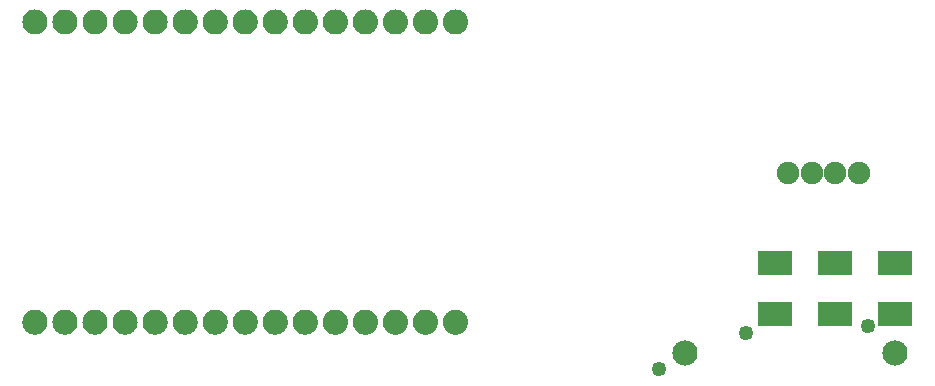
<source format=gbs>
G04 MADE WITH FRITZING*
G04 WWW.FRITZING.ORG*
G04 DOUBLE SIDED*
G04 HOLES PLATED*
G04 CONTOUR ON CENTER OF CONTOUR VECTOR*
%ASAXBY*%
%FSLAX23Y23*%
%MOIN*%
%OFA0B0*%
%SFA1.0B1.0*%
%ADD10C,0.084000*%
%ADD11C,0.075000*%
%ADD12C,0.049370*%
%ADD13R,0.116299X0.080866*%
%ADD14R,0.001000X0.001000*%
%LNMASK0*%
G90*
G70*
G54D10*
X3222Y136D03*
X2522Y136D03*
G54D11*
X3101Y736D03*
X3022Y736D03*
X2944Y736D03*
X2865Y736D03*
X3101Y736D03*
X3022Y736D03*
X2944Y736D03*
X2865Y736D03*
G54D12*
X2436Y80D03*
X2724Y200D03*
X3132Y224D03*
G54D13*
X2822Y263D03*
X2822Y436D03*
X3022Y263D03*
X3022Y436D03*
X3222Y263D03*
X3222Y436D03*
G54D14*
X353Y1280D02*
X356Y1280D01*
X454Y1280D02*
X456Y1280D01*
X554Y1280D02*
X556Y1280D01*
X654Y1280D02*
X656Y1280D01*
X754Y1280D02*
X756Y1280D01*
X854Y1280D02*
X857Y1280D01*
X954Y1280D02*
X957Y1280D01*
X1054Y1280D02*
X1057Y1280D01*
X1155Y1280D02*
X1157Y1280D01*
X1255Y1280D02*
X1257Y1280D01*
X1355Y1280D02*
X1357Y1280D01*
X1455Y1280D02*
X1457Y1280D01*
X1555Y1280D02*
X1557Y1280D01*
X1655Y1280D02*
X1658Y1280D01*
X1755Y1280D02*
X1758Y1280D01*
X346Y1279D02*
X363Y1279D01*
X446Y1279D02*
X464Y1279D01*
X546Y1279D02*
X564Y1279D01*
X646Y1279D02*
X664Y1279D01*
X747Y1279D02*
X764Y1279D01*
X847Y1279D02*
X864Y1279D01*
X947Y1279D02*
X964Y1279D01*
X1047Y1279D02*
X1064Y1279D01*
X1147Y1279D02*
X1164Y1279D01*
X1247Y1279D02*
X1265Y1279D01*
X1347Y1279D02*
X1365Y1279D01*
X1447Y1279D02*
X1465Y1279D01*
X1548Y1279D02*
X1565Y1279D01*
X1648Y1279D02*
X1665Y1279D01*
X1748Y1279D02*
X1765Y1279D01*
X342Y1278D02*
X367Y1278D01*
X442Y1278D02*
X467Y1278D01*
X542Y1278D02*
X567Y1278D01*
X643Y1278D02*
X668Y1278D01*
X743Y1278D02*
X768Y1278D01*
X843Y1278D02*
X868Y1278D01*
X943Y1278D02*
X968Y1278D01*
X1043Y1278D02*
X1068Y1278D01*
X1143Y1278D02*
X1168Y1278D01*
X1243Y1278D02*
X1268Y1278D01*
X1344Y1278D02*
X1368Y1278D01*
X1444Y1278D02*
X1469Y1278D01*
X1544Y1278D02*
X1569Y1278D01*
X1644Y1278D02*
X1669Y1278D01*
X1744Y1278D02*
X1769Y1278D01*
X339Y1277D02*
X370Y1277D01*
X440Y1277D02*
X470Y1277D01*
X540Y1277D02*
X570Y1277D01*
X640Y1277D02*
X670Y1277D01*
X740Y1277D02*
X770Y1277D01*
X840Y1277D02*
X871Y1277D01*
X940Y1277D02*
X971Y1277D01*
X1040Y1277D02*
X1071Y1277D01*
X1140Y1277D02*
X1171Y1277D01*
X1241Y1277D02*
X1271Y1277D01*
X1341Y1277D02*
X1371Y1277D01*
X1441Y1277D02*
X1471Y1277D01*
X1541Y1277D02*
X1572Y1277D01*
X1641Y1277D02*
X1672Y1277D01*
X1741Y1277D02*
X1772Y1277D01*
X337Y1276D02*
X372Y1276D01*
X437Y1276D02*
X472Y1276D01*
X538Y1276D02*
X572Y1276D01*
X638Y1276D02*
X673Y1276D01*
X738Y1276D02*
X773Y1276D01*
X838Y1276D02*
X873Y1276D01*
X938Y1276D02*
X973Y1276D01*
X1038Y1276D02*
X1073Y1276D01*
X1138Y1276D02*
X1173Y1276D01*
X1238Y1276D02*
X1273Y1276D01*
X1339Y1276D02*
X1373Y1276D01*
X1439Y1276D02*
X1474Y1276D01*
X1539Y1276D02*
X1574Y1276D01*
X1639Y1276D02*
X1674Y1276D01*
X1739Y1276D02*
X1774Y1276D01*
X335Y1275D02*
X374Y1275D01*
X435Y1275D02*
X474Y1275D01*
X536Y1275D02*
X574Y1275D01*
X636Y1275D02*
X675Y1275D01*
X736Y1275D02*
X775Y1275D01*
X836Y1275D02*
X875Y1275D01*
X936Y1275D02*
X975Y1275D01*
X1036Y1275D02*
X1075Y1275D01*
X1136Y1275D02*
X1175Y1275D01*
X1236Y1275D02*
X1275Y1275D01*
X1337Y1275D02*
X1375Y1275D01*
X1437Y1275D02*
X1476Y1275D01*
X1537Y1275D02*
X1576Y1275D01*
X1637Y1275D02*
X1676Y1275D01*
X1737Y1275D02*
X1776Y1275D01*
X334Y1274D02*
X376Y1274D01*
X434Y1274D02*
X476Y1274D01*
X534Y1274D02*
X576Y1274D01*
X634Y1274D02*
X676Y1274D01*
X734Y1274D02*
X776Y1274D01*
X834Y1274D02*
X876Y1274D01*
X934Y1274D02*
X977Y1274D01*
X1034Y1274D02*
X1077Y1274D01*
X1135Y1274D02*
X1177Y1274D01*
X1235Y1274D02*
X1277Y1274D01*
X1335Y1274D02*
X1377Y1274D01*
X1435Y1274D02*
X1477Y1274D01*
X1535Y1274D02*
X1577Y1274D01*
X1635Y1274D02*
X1678Y1274D01*
X1735Y1274D02*
X1778Y1274D01*
X332Y1273D02*
X377Y1273D01*
X432Y1273D02*
X478Y1273D01*
X532Y1273D02*
X578Y1273D01*
X632Y1273D02*
X678Y1273D01*
X732Y1273D02*
X778Y1273D01*
X833Y1273D02*
X878Y1273D01*
X933Y1273D02*
X978Y1273D01*
X1033Y1273D02*
X1078Y1273D01*
X1133Y1273D02*
X1178Y1273D01*
X1233Y1273D02*
X1279Y1273D01*
X1333Y1273D02*
X1379Y1273D01*
X1433Y1273D02*
X1479Y1273D01*
X1534Y1273D02*
X1579Y1273D01*
X1634Y1273D02*
X1679Y1273D01*
X1734Y1273D02*
X1779Y1273D01*
X331Y1272D02*
X379Y1272D01*
X431Y1272D02*
X479Y1272D01*
X531Y1272D02*
X579Y1272D01*
X631Y1272D02*
X679Y1272D01*
X731Y1272D02*
X779Y1272D01*
X831Y1272D02*
X880Y1272D01*
X931Y1272D02*
X980Y1272D01*
X1031Y1272D02*
X1080Y1272D01*
X1132Y1272D02*
X1180Y1272D01*
X1232Y1272D02*
X1280Y1272D01*
X1332Y1272D02*
X1380Y1272D01*
X1432Y1272D02*
X1480Y1272D01*
X1532Y1272D02*
X1580Y1272D01*
X1632Y1272D02*
X1681Y1272D01*
X1732Y1272D02*
X1781Y1272D01*
X329Y1271D02*
X380Y1271D01*
X429Y1271D02*
X480Y1271D01*
X529Y1271D02*
X580Y1271D01*
X630Y1271D02*
X681Y1271D01*
X730Y1271D02*
X781Y1271D01*
X830Y1271D02*
X881Y1271D01*
X930Y1271D02*
X981Y1271D01*
X1030Y1271D02*
X1081Y1271D01*
X1130Y1271D02*
X1181Y1271D01*
X1230Y1271D02*
X1281Y1271D01*
X1331Y1271D02*
X1382Y1271D01*
X1431Y1271D02*
X1482Y1271D01*
X1531Y1271D02*
X1582Y1271D01*
X1631Y1271D02*
X1682Y1271D01*
X1731Y1271D02*
X1782Y1271D01*
X328Y1270D02*
X381Y1270D01*
X428Y1270D02*
X482Y1270D01*
X528Y1270D02*
X582Y1270D01*
X628Y1270D02*
X682Y1270D01*
X728Y1270D02*
X782Y1270D01*
X829Y1270D02*
X882Y1270D01*
X929Y1270D02*
X982Y1270D01*
X1029Y1270D02*
X1082Y1270D01*
X1129Y1270D02*
X1182Y1270D01*
X1229Y1270D02*
X1283Y1270D01*
X1329Y1270D02*
X1383Y1270D01*
X1429Y1270D02*
X1483Y1270D01*
X1530Y1270D02*
X1583Y1270D01*
X1630Y1270D02*
X1683Y1270D01*
X1730Y1270D02*
X1783Y1270D01*
X327Y1269D02*
X383Y1269D01*
X427Y1269D02*
X483Y1269D01*
X527Y1269D02*
X583Y1269D01*
X627Y1269D02*
X683Y1269D01*
X727Y1269D02*
X783Y1269D01*
X827Y1269D02*
X883Y1269D01*
X928Y1269D02*
X983Y1269D01*
X1028Y1269D02*
X1083Y1269D01*
X1128Y1269D02*
X1184Y1269D01*
X1228Y1269D02*
X1284Y1269D01*
X1328Y1269D02*
X1384Y1269D01*
X1428Y1269D02*
X1484Y1269D01*
X1528Y1269D02*
X1584Y1269D01*
X1629Y1269D02*
X1684Y1269D01*
X1729Y1269D02*
X1784Y1269D01*
X326Y1268D02*
X384Y1268D01*
X426Y1268D02*
X484Y1268D01*
X526Y1268D02*
X584Y1268D01*
X626Y1268D02*
X684Y1268D01*
X726Y1268D02*
X784Y1268D01*
X826Y1268D02*
X884Y1268D01*
X927Y1268D02*
X984Y1268D01*
X1027Y1268D02*
X1085Y1268D01*
X1127Y1268D02*
X1185Y1268D01*
X1227Y1268D02*
X1285Y1268D01*
X1327Y1268D02*
X1385Y1268D01*
X1427Y1268D02*
X1485Y1268D01*
X1527Y1268D02*
X1585Y1268D01*
X1627Y1268D02*
X1685Y1268D01*
X1728Y1268D02*
X1786Y1268D01*
X325Y1267D02*
X385Y1267D01*
X425Y1267D02*
X485Y1267D01*
X525Y1267D02*
X585Y1267D01*
X625Y1267D02*
X685Y1267D01*
X725Y1267D02*
X785Y1267D01*
X825Y1267D02*
X885Y1267D01*
X926Y1267D02*
X985Y1267D01*
X1026Y1267D02*
X1086Y1267D01*
X1126Y1267D02*
X1186Y1267D01*
X1226Y1267D02*
X1286Y1267D01*
X1326Y1267D02*
X1386Y1267D01*
X1426Y1267D02*
X1486Y1267D01*
X1526Y1267D02*
X1586Y1267D01*
X1626Y1267D02*
X1686Y1267D01*
X1727Y1267D02*
X1786Y1267D01*
X324Y1266D02*
X386Y1266D01*
X424Y1266D02*
X486Y1266D01*
X524Y1266D02*
X586Y1266D01*
X624Y1266D02*
X686Y1266D01*
X724Y1266D02*
X786Y1266D01*
X825Y1266D02*
X886Y1266D01*
X925Y1266D02*
X986Y1266D01*
X1025Y1266D02*
X1086Y1266D01*
X1125Y1266D02*
X1187Y1266D01*
X1225Y1266D02*
X1287Y1266D01*
X1325Y1266D02*
X1387Y1266D01*
X1425Y1266D02*
X1487Y1266D01*
X1525Y1266D02*
X1587Y1266D01*
X1626Y1266D02*
X1687Y1266D01*
X1726Y1266D02*
X1787Y1266D01*
X323Y1265D02*
X386Y1265D01*
X423Y1265D02*
X487Y1265D01*
X523Y1265D02*
X587Y1265D01*
X623Y1265D02*
X687Y1265D01*
X724Y1265D02*
X787Y1265D01*
X824Y1265D02*
X887Y1265D01*
X924Y1265D02*
X987Y1265D01*
X1024Y1265D02*
X1087Y1265D01*
X1124Y1265D02*
X1187Y1265D01*
X1224Y1265D02*
X1288Y1265D01*
X1324Y1265D02*
X1388Y1265D01*
X1424Y1265D02*
X1488Y1265D01*
X1525Y1265D02*
X1588Y1265D01*
X1625Y1265D02*
X1688Y1265D01*
X1725Y1265D02*
X1788Y1265D01*
X322Y1264D02*
X387Y1264D01*
X422Y1264D02*
X487Y1264D01*
X522Y1264D02*
X587Y1264D01*
X623Y1264D02*
X688Y1264D01*
X723Y1264D02*
X788Y1264D01*
X823Y1264D02*
X888Y1264D01*
X923Y1264D02*
X988Y1264D01*
X1023Y1264D02*
X1088Y1264D01*
X1123Y1264D02*
X1188Y1264D01*
X1223Y1264D02*
X1288Y1264D01*
X1324Y1264D02*
X1388Y1264D01*
X1424Y1264D02*
X1489Y1264D01*
X1524Y1264D02*
X1589Y1264D01*
X1624Y1264D02*
X1689Y1264D01*
X1724Y1264D02*
X1789Y1264D01*
X321Y1263D02*
X388Y1263D01*
X422Y1263D02*
X488Y1263D01*
X522Y1263D02*
X588Y1263D01*
X622Y1263D02*
X688Y1263D01*
X722Y1263D02*
X788Y1263D01*
X822Y1263D02*
X889Y1263D01*
X922Y1263D02*
X989Y1263D01*
X1022Y1263D02*
X1089Y1263D01*
X1123Y1263D02*
X1189Y1263D01*
X1223Y1263D02*
X1289Y1263D01*
X1323Y1263D02*
X1389Y1263D01*
X1423Y1263D02*
X1489Y1263D01*
X1523Y1263D02*
X1589Y1263D01*
X1623Y1263D02*
X1690Y1263D01*
X1723Y1263D02*
X1790Y1263D01*
X321Y1262D02*
X389Y1262D01*
X421Y1262D02*
X489Y1262D01*
X521Y1262D02*
X589Y1262D01*
X621Y1262D02*
X689Y1262D01*
X721Y1262D02*
X789Y1262D01*
X821Y1262D02*
X889Y1262D01*
X922Y1262D02*
X989Y1262D01*
X1022Y1262D02*
X1090Y1262D01*
X1122Y1262D02*
X1190Y1262D01*
X1222Y1262D02*
X1290Y1262D01*
X1322Y1262D02*
X1390Y1262D01*
X1422Y1262D02*
X1490Y1262D01*
X1522Y1262D02*
X1590Y1262D01*
X1622Y1262D02*
X1690Y1262D01*
X1723Y1262D02*
X1790Y1262D01*
X320Y1261D02*
X389Y1261D01*
X420Y1261D02*
X489Y1261D01*
X520Y1261D02*
X590Y1261D01*
X620Y1261D02*
X690Y1261D01*
X721Y1261D02*
X790Y1261D01*
X821Y1261D02*
X890Y1261D01*
X921Y1261D02*
X990Y1261D01*
X1021Y1261D02*
X1090Y1261D01*
X1121Y1261D02*
X1190Y1261D01*
X1221Y1261D02*
X1291Y1261D01*
X1321Y1261D02*
X1391Y1261D01*
X1422Y1261D02*
X1491Y1261D01*
X1522Y1261D02*
X1591Y1261D01*
X1622Y1261D02*
X1691Y1261D01*
X1722Y1261D02*
X1791Y1261D01*
X319Y1260D02*
X390Y1260D01*
X420Y1260D02*
X490Y1260D01*
X520Y1260D02*
X590Y1260D01*
X620Y1260D02*
X690Y1260D01*
X720Y1260D02*
X790Y1260D01*
X820Y1260D02*
X891Y1260D01*
X920Y1260D02*
X991Y1260D01*
X1020Y1260D02*
X1091Y1260D01*
X1120Y1260D02*
X1191Y1260D01*
X1221Y1260D02*
X1291Y1260D01*
X1321Y1260D02*
X1391Y1260D01*
X1421Y1260D02*
X1491Y1260D01*
X1521Y1260D02*
X1592Y1260D01*
X1621Y1260D02*
X1692Y1260D01*
X1721Y1260D02*
X1792Y1260D01*
X319Y1259D02*
X391Y1259D01*
X419Y1259D02*
X491Y1259D01*
X519Y1259D02*
X591Y1259D01*
X619Y1259D02*
X691Y1259D01*
X719Y1259D02*
X791Y1259D01*
X819Y1259D02*
X891Y1259D01*
X920Y1259D02*
X991Y1259D01*
X1020Y1259D02*
X1091Y1259D01*
X1120Y1259D02*
X1192Y1259D01*
X1220Y1259D02*
X1292Y1259D01*
X1320Y1259D02*
X1392Y1259D01*
X1420Y1259D02*
X1492Y1259D01*
X1520Y1259D02*
X1592Y1259D01*
X1621Y1259D02*
X1692Y1259D01*
X1721Y1259D02*
X1792Y1259D01*
X318Y1258D02*
X391Y1258D01*
X418Y1258D02*
X491Y1258D01*
X519Y1258D02*
X591Y1258D01*
X619Y1258D02*
X692Y1258D01*
X719Y1258D02*
X792Y1258D01*
X819Y1258D02*
X892Y1258D01*
X919Y1258D02*
X992Y1258D01*
X1019Y1258D02*
X1092Y1258D01*
X1119Y1258D02*
X1192Y1258D01*
X1219Y1258D02*
X1292Y1258D01*
X1320Y1258D02*
X1392Y1258D01*
X1420Y1258D02*
X1493Y1258D01*
X1520Y1258D02*
X1593Y1258D01*
X1620Y1258D02*
X1693Y1258D01*
X1720Y1258D02*
X1793Y1258D01*
X318Y1257D02*
X392Y1257D01*
X418Y1257D02*
X492Y1257D01*
X518Y1257D02*
X592Y1257D01*
X618Y1257D02*
X692Y1257D01*
X718Y1257D02*
X792Y1257D01*
X818Y1257D02*
X892Y1257D01*
X919Y1257D02*
X992Y1257D01*
X1019Y1257D02*
X1093Y1257D01*
X1119Y1257D02*
X1193Y1257D01*
X1219Y1257D02*
X1293Y1257D01*
X1319Y1257D02*
X1393Y1257D01*
X1419Y1257D02*
X1493Y1257D01*
X1519Y1257D02*
X1593Y1257D01*
X1619Y1257D02*
X1693Y1257D01*
X1720Y1257D02*
X1794Y1257D01*
X317Y1256D02*
X392Y1256D01*
X417Y1256D02*
X492Y1256D01*
X518Y1256D02*
X592Y1256D01*
X618Y1256D02*
X693Y1256D01*
X718Y1256D02*
X793Y1256D01*
X818Y1256D02*
X893Y1256D01*
X918Y1256D02*
X993Y1256D01*
X1018Y1256D02*
X1093Y1256D01*
X1118Y1256D02*
X1193Y1256D01*
X1218Y1256D02*
X1293Y1256D01*
X1319Y1256D02*
X1393Y1256D01*
X1419Y1256D02*
X1494Y1256D01*
X1519Y1256D02*
X1594Y1256D01*
X1619Y1256D02*
X1694Y1256D01*
X1719Y1256D02*
X1794Y1256D01*
X317Y1255D02*
X393Y1255D01*
X417Y1255D02*
X493Y1255D01*
X517Y1255D02*
X593Y1255D01*
X617Y1255D02*
X693Y1255D01*
X717Y1255D02*
X793Y1255D01*
X817Y1255D02*
X893Y1255D01*
X918Y1255D02*
X993Y1255D01*
X1018Y1255D02*
X1094Y1255D01*
X1118Y1255D02*
X1194Y1255D01*
X1218Y1255D02*
X1294Y1255D01*
X1318Y1255D02*
X1394Y1255D01*
X1418Y1255D02*
X1494Y1255D01*
X1518Y1255D02*
X1594Y1255D01*
X1618Y1255D02*
X1694Y1255D01*
X1719Y1255D02*
X1794Y1255D01*
X316Y1254D02*
X393Y1254D01*
X416Y1254D02*
X493Y1254D01*
X517Y1254D02*
X593Y1254D01*
X617Y1254D02*
X693Y1254D01*
X717Y1254D02*
X794Y1254D01*
X817Y1254D02*
X894Y1254D01*
X917Y1254D02*
X994Y1254D01*
X1017Y1254D02*
X1094Y1254D01*
X1117Y1254D02*
X1194Y1254D01*
X1217Y1254D02*
X1294Y1254D01*
X1318Y1254D02*
X1394Y1254D01*
X1418Y1254D02*
X1495Y1254D01*
X1518Y1254D02*
X1595Y1254D01*
X1618Y1254D02*
X1695Y1254D01*
X1718Y1254D02*
X1795Y1254D01*
X316Y1253D02*
X393Y1253D01*
X416Y1253D02*
X494Y1253D01*
X516Y1253D02*
X594Y1253D01*
X616Y1253D02*
X694Y1253D01*
X716Y1253D02*
X794Y1253D01*
X817Y1253D02*
X894Y1253D01*
X917Y1253D02*
X994Y1253D01*
X1017Y1253D02*
X1094Y1253D01*
X1117Y1253D02*
X1194Y1253D01*
X1217Y1253D02*
X1295Y1253D01*
X1317Y1253D02*
X1395Y1253D01*
X1417Y1253D02*
X1495Y1253D01*
X1518Y1253D02*
X1595Y1253D01*
X1618Y1253D02*
X1695Y1253D01*
X1718Y1253D02*
X1795Y1253D01*
X316Y1252D02*
X394Y1252D01*
X416Y1252D02*
X494Y1252D01*
X516Y1252D02*
X594Y1252D01*
X616Y1252D02*
X694Y1252D01*
X716Y1252D02*
X794Y1252D01*
X816Y1252D02*
X894Y1252D01*
X916Y1252D02*
X995Y1252D01*
X1017Y1252D02*
X1095Y1252D01*
X1117Y1252D02*
X1195Y1252D01*
X1217Y1252D02*
X1295Y1252D01*
X1317Y1252D02*
X1395Y1252D01*
X1417Y1252D02*
X1495Y1252D01*
X1517Y1252D02*
X1595Y1252D01*
X1617Y1252D02*
X1696Y1252D01*
X1717Y1252D02*
X1796Y1252D01*
X315Y1251D02*
X394Y1251D01*
X415Y1251D02*
X494Y1251D01*
X516Y1251D02*
X594Y1251D01*
X616Y1251D02*
X695Y1251D01*
X716Y1251D02*
X795Y1251D01*
X816Y1251D02*
X895Y1251D01*
X916Y1251D02*
X995Y1251D01*
X1016Y1251D02*
X1095Y1251D01*
X1116Y1251D02*
X1195Y1251D01*
X1216Y1251D02*
X1295Y1251D01*
X1317Y1251D02*
X1395Y1251D01*
X1417Y1251D02*
X1496Y1251D01*
X1517Y1251D02*
X1596Y1251D01*
X1617Y1251D02*
X1696Y1251D01*
X1717Y1251D02*
X1796Y1251D01*
X315Y1250D02*
X394Y1250D01*
X415Y1250D02*
X495Y1250D01*
X515Y1250D02*
X595Y1250D01*
X615Y1250D02*
X695Y1250D01*
X715Y1250D02*
X795Y1250D01*
X816Y1250D02*
X895Y1250D01*
X916Y1250D02*
X995Y1250D01*
X1016Y1250D02*
X1095Y1250D01*
X1116Y1250D02*
X1195Y1250D01*
X1216Y1250D02*
X1296Y1250D01*
X1316Y1250D02*
X1396Y1250D01*
X1416Y1250D02*
X1496Y1250D01*
X1517Y1250D02*
X1596Y1250D01*
X1617Y1250D02*
X1696Y1250D01*
X1717Y1250D02*
X1796Y1250D01*
X315Y1249D02*
X395Y1249D01*
X415Y1249D02*
X495Y1249D01*
X515Y1249D02*
X595Y1249D01*
X615Y1249D02*
X695Y1249D01*
X715Y1249D02*
X795Y1249D01*
X815Y1249D02*
X895Y1249D01*
X915Y1249D02*
X995Y1249D01*
X1016Y1249D02*
X1096Y1249D01*
X1116Y1249D02*
X1196Y1249D01*
X1216Y1249D02*
X1296Y1249D01*
X1316Y1249D02*
X1396Y1249D01*
X1416Y1249D02*
X1496Y1249D01*
X1516Y1249D02*
X1596Y1249D01*
X1616Y1249D02*
X1696Y1249D01*
X1717Y1249D02*
X1797Y1249D01*
X314Y1248D02*
X395Y1248D01*
X415Y1248D02*
X495Y1248D01*
X515Y1248D02*
X595Y1248D01*
X615Y1248D02*
X695Y1248D01*
X715Y1248D02*
X795Y1248D01*
X815Y1248D02*
X896Y1248D01*
X915Y1248D02*
X996Y1248D01*
X1015Y1248D02*
X1096Y1248D01*
X1116Y1248D02*
X1196Y1248D01*
X1216Y1248D02*
X1296Y1248D01*
X1316Y1248D02*
X1396Y1248D01*
X1416Y1248D02*
X1496Y1248D01*
X1516Y1248D02*
X1597Y1248D01*
X1616Y1248D02*
X1697Y1248D01*
X1716Y1248D02*
X1797Y1248D01*
X314Y1247D02*
X395Y1247D01*
X414Y1247D02*
X495Y1247D01*
X514Y1247D02*
X595Y1247D01*
X615Y1247D02*
X696Y1247D01*
X715Y1247D02*
X796Y1247D01*
X815Y1247D02*
X896Y1247D01*
X915Y1247D02*
X996Y1247D01*
X1015Y1247D02*
X1096Y1247D01*
X1115Y1247D02*
X1196Y1247D01*
X1215Y1247D02*
X1296Y1247D01*
X1316Y1247D02*
X1397Y1247D01*
X1416Y1247D02*
X1497Y1247D01*
X1516Y1247D02*
X1597Y1247D01*
X1616Y1247D02*
X1697Y1247D01*
X1716Y1247D02*
X1797Y1247D01*
X314Y1246D02*
X395Y1246D01*
X414Y1246D02*
X496Y1246D01*
X514Y1246D02*
X596Y1246D01*
X614Y1246D02*
X696Y1246D01*
X715Y1246D02*
X796Y1246D01*
X815Y1246D02*
X896Y1246D01*
X915Y1246D02*
X996Y1246D01*
X1015Y1246D02*
X1096Y1246D01*
X1115Y1246D02*
X1196Y1246D01*
X1215Y1246D02*
X1297Y1246D01*
X1315Y1246D02*
X1397Y1246D01*
X1415Y1246D02*
X1497Y1246D01*
X1516Y1246D02*
X1597Y1246D01*
X1616Y1246D02*
X1697Y1246D01*
X1716Y1246D02*
X1797Y1246D01*
X314Y1245D02*
X396Y1245D01*
X414Y1245D02*
X496Y1245D01*
X514Y1245D02*
X596Y1245D01*
X614Y1245D02*
X696Y1245D01*
X714Y1245D02*
X796Y1245D01*
X815Y1245D02*
X896Y1245D01*
X915Y1245D02*
X996Y1245D01*
X1015Y1245D02*
X1096Y1245D01*
X1115Y1245D02*
X1197Y1245D01*
X1215Y1245D02*
X1297Y1245D01*
X1315Y1245D02*
X1397Y1245D01*
X1415Y1245D02*
X1497Y1245D01*
X1515Y1245D02*
X1597Y1245D01*
X1616Y1245D02*
X1697Y1245D01*
X1716Y1245D02*
X1797Y1245D01*
X314Y1244D02*
X396Y1244D01*
X414Y1244D02*
X496Y1244D01*
X514Y1244D02*
X596Y1244D01*
X614Y1244D02*
X696Y1244D01*
X714Y1244D02*
X796Y1244D01*
X814Y1244D02*
X896Y1244D01*
X914Y1244D02*
X997Y1244D01*
X1015Y1244D02*
X1097Y1244D01*
X1115Y1244D02*
X1197Y1244D01*
X1215Y1244D02*
X1297Y1244D01*
X1315Y1244D02*
X1397Y1244D01*
X1415Y1244D02*
X1497Y1244D01*
X1515Y1244D02*
X1597Y1244D01*
X1615Y1244D02*
X1697Y1244D01*
X1715Y1244D02*
X1798Y1244D01*
X314Y1243D02*
X396Y1243D01*
X414Y1243D02*
X496Y1243D01*
X514Y1243D02*
X596Y1243D01*
X614Y1243D02*
X696Y1243D01*
X714Y1243D02*
X796Y1243D01*
X814Y1243D02*
X897Y1243D01*
X914Y1243D02*
X997Y1243D01*
X1014Y1243D02*
X1097Y1243D01*
X1115Y1243D02*
X1197Y1243D01*
X1215Y1243D02*
X1297Y1243D01*
X1315Y1243D02*
X1397Y1243D01*
X1415Y1243D02*
X1497Y1243D01*
X1515Y1243D02*
X1597Y1243D01*
X1615Y1243D02*
X1698Y1243D01*
X1715Y1243D02*
X1798Y1243D01*
X313Y1242D02*
X396Y1242D01*
X414Y1242D02*
X496Y1242D01*
X514Y1242D02*
X596Y1242D01*
X614Y1242D02*
X696Y1242D01*
X714Y1242D02*
X797Y1242D01*
X814Y1242D02*
X897Y1242D01*
X914Y1242D02*
X997Y1242D01*
X1014Y1242D02*
X1097Y1242D01*
X1114Y1242D02*
X1197Y1242D01*
X1215Y1242D02*
X1297Y1242D01*
X1315Y1242D02*
X1397Y1242D01*
X1415Y1242D02*
X1497Y1242D01*
X1515Y1242D02*
X1598Y1242D01*
X1615Y1242D02*
X1698Y1242D01*
X1715Y1242D02*
X1798Y1242D01*
X313Y1241D02*
X396Y1241D01*
X413Y1241D02*
X496Y1241D01*
X514Y1241D02*
X596Y1241D01*
X614Y1241D02*
X696Y1241D01*
X714Y1241D02*
X797Y1241D01*
X814Y1241D02*
X897Y1241D01*
X914Y1241D02*
X997Y1241D01*
X1014Y1241D02*
X1097Y1241D01*
X1114Y1241D02*
X1197Y1241D01*
X1215Y1241D02*
X1297Y1241D01*
X1315Y1241D02*
X1397Y1241D01*
X1415Y1241D02*
X1498Y1241D01*
X1515Y1241D02*
X1598Y1241D01*
X1615Y1241D02*
X1698Y1241D01*
X1715Y1241D02*
X1798Y1241D01*
X313Y1240D02*
X396Y1240D01*
X413Y1240D02*
X496Y1240D01*
X514Y1240D02*
X596Y1240D01*
X614Y1240D02*
X697Y1240D01*
X714Y1240D02*
X797Y1240D01*
X814Y1240D02*
X897Y1240D01*
X914Y1240D02*
X997Y1240D01*
X1014Y1240D02*
X1097Y1240D01*
X1114Y1240D02*
X1197Y1240D01*
X1214Y1240D02*
X1297Y1240D01*
X1315Y1240D02*
X1397Y1240D01*
X1415Y1240D02*
X1498Y1240D01*
X1515Y1240D02*
X1598Y1240D01*
X1615Y1240D02*
X1698Y1240D01*
X1715Y1240D02*
X1798Y1240D01*
X313Y1239D02*
X396Y1239D01*
X413Y1239D02*
X496Y1239D01*
X513Y1239D02*
X596Y1239D01*
X614Y1239D02*
X697Y1239D01*
X714Y1239D02*
X797Y1239D01*
X814Y1239D02*
X897Y1239D01*
X914Y1239D02*
X997Y1239D01*
X1014Y1239D02*
X1097Y1239D01*
X1114Y1239D02*
X1197Y1239D01*
X1214Y1239D02*
X1297Y1239D01*
X1315Y1239D02*
X1398Y1239D01*
X1415Y1239D02*
X1498Y1239D01*
X1515Y1239D02*
X1598Y1239D01*
X1615Y1239D02*
X1698Y1239D01*
X1715Y1239D02*
X1798Y1239D01*
X313Y1238D02*
X396Y1238D01*
X413Y1238D02*
X496Y1238D01*
X513Y1238D02*
X597Y1238D01*
X614Y1238D02*
X697Y1238D01*
X714Y1238D02*
X797Y1238D01*
X814Y1238D02*
X897Y1238D01*
X914Y1238D02*
X997Y1238D01*
X1014Y1238D02*
X1097Y1238D01*
X1114Y1238D02*
X1197Y1238D01*
X1214Y1238D02*
X1297Y1238D01*
X1314Y1238D02*
X1398Y1238D01*
X1415Y1238D02*
X1498Y1238D01*
X1515Y1238D02*
X1598Y1238D01*
X1615Y1238D02*
X1698Y1238D01*
X1715Y1238D02*
X1798Y1238D01*
X313Y1237D02*
X396Y1237D01*
X413Y1237D02*
X496Y1237D01*
X513Y1237D02*
X596Y1237D01*
X614Y1237D02*
X697Y1237D01*
X714Y1237D02*
X797Y1237D01*
X814Y1237D02*
X897Y1237D01*
X914Y1237D02*
X997Y1237D01*
X1014Y1237D02*
X1097Y1237D01*
X1114Y1237D02*
X1197Y1237D01*
X1214Y1237D02*
X1297Y1237D01*
X1315Y1237D02*
X1397Y1237D01*
X1415Y1237D02*
X1498Y1237D01*
X1515Y1237D02*
X1598Y1237D01*
X1615Y1237D02*
X1698Y1237D01*
X1715Y1237D02*
X1798Y1237D01*
X313Y1236D02*
X396Y1236D01*
X413Y1236D02*
X496Y1236D01*
X514Y1236D02*
X596Y1236D01*
X614Y1236D02*
X697Y1236D01*
X714Y1236D02*
X797Y1236D01*
X814Y1236D02*
X897Y1236D01*
X914Y1236D02*
X997Y1236D01*
X1014Y1236D02*
X1097Y1236D01*
X1114Y1236D02*
X1197Y1236D01*
X1214Y1236D02*
X1297Y1236D01*
X1315Y1236D02*
X1397Y1236D01*
X1415Y1236D02*
X1498Y1236D01*
X1515Y1236D02*
X1598Y1236D01*
X1615Y1236D02*
X1698Y1236D01*
X1715Y1236D02*
X1798Y1236D01*
X313Y1235D02*
X396Y1235D01*
X413Y1235D02*
X496Y1235D01*
X514Y1235D02*
X596Y1235D01*
X614Y1235D02*
X696Y1235D01*
X714Y1235D02*
X797Y1235D01*
X814Y1235D02*
X897Y1235D01*
X914Y1235D02*
X997Y1235D01*
X1014Y1235D02*
X1097Y1235D01*
X1114Y1235D02*
X1197Y1235D01*
X1215Y1235D02*
X1297Y1235D01*
X1315Y1235D02*
X1397Y1235D01*
X1415Y1235D02*
X1498Y1235D01*
X1515Y1235D02*
X1598Y1235D01*
X1615Y1235D02*
X1698Y1235D01*
X1715Y1235D02*
X1798Y1235D01*
X313Y1234D02*
X396Y1234D01*
X414Y1234D02*
X496Y1234D01*
X514Y1234D02*
X596Y1234D01*
X614Y1234D02*
X696Y1234D01*
X714Y1234D02*
X797Y1234D01*
X814Y1234D02*
X897Y1234D01*
X914Y1234D02*
X997Y1234D01*
X1014Y1234D02*
X1097Y1234D01*
X1114Y1234D02*
X1197Y1234D01*
X1215Y1234D02*
X1297Y1234D01*
X1315Y1234D02*
X1397Y1234D01*
X1415Y1234D02*
X1497Y1234D01*
X1515Y1234D02*
X1598Y1234D01*
X1615Y1234D02*
X1698Y1234D01*
X1715Y1234D02*
X1798Y1234D01*
X314Y1233D02*
X396Y1233D01*
X414Y1233D02*
X496Y1233D01*
X514Y1233D02*
X596Y1233D01*
X614Y1233D02*
X696Y1233D01*
X714Y1233D02*
X796Y1233D01*
X814Y1233D02*
X897Y1233D01*
X914Y1233D02*
X997Y1233D01*
X1014Y1233D02*
X1097Y1233D01*
X1115Y1233D02*
X1197Y1233D01*
X1215Y1233D02*
X1297Y1233D01*
X1315Y1233D02*
X1397Y1233D01*
X1415Y1233D02*
X1497Y1233D01*
X1515Y1233D02*
X1597Y1233D01*
X1615Y1233D02*
X1698Y1233D01*
X1715Y1233D02*
X1798Y1233D01*
X314Y1232D02*
X396Y1232D01*
X414Y1232D02*
X496Y1232D01*
X514Y1232D02*
X596Y1232D01*
X614Y1232D02*
X696Y1232D01*
X714Y1232D02*
X796Y1232D01*
X814Y1232D02*
X896Y1232D01*
X914Y1232D02*
X996Y1232D01*
X1015Y1232D02*
X1097Y1232D01*
X1115Y1232D02*
X1197Y1232D01*
X1215Y1232D02*
X1297Y1232D01*
X1315Y1232D02*
X1397Y1232D01*
X1415Y1232D02*
X1497Y1232D01*
X1515Y1232D02*
X1597Y1232D01*
X1615Y1232D02*
X1697Y1232D01*
X1716Y1232D02*
X1798Y1232D01*
X314Y1231D02*
X396Y1231D01*
X414Y1231D02*
X496Y1231D01*
X514Y1231D02*
X596Y1231D01*
X614Y1231D02*
X696Y1231D01*
X714Y1231D02*
X796Y1231D01*
X815Y1231D02*
X896Y1231D01*
X915Y1231D02*
X996Y1231D01*
X1015Y1231D02*
X1096Y1231D01*
X1115Y1231D02*
X1197Y1231D01*
X1215Y1231D02*
X1297Y1231D01*
X1315Y1231D02*
X1397Y1231D01*
X1415Y1231D02*
X1497Y1231D01*
X1515Y1231D02*
X1597Y1231D01*
X1616Y1231D02*
X1697Y1231D01*
X1716Y1231D02*
X1797Y1231D01*
X314Y1230D02*
X395Y1230D01*
X414Y1230D02*
X496Y1230D01*
X514Y1230D02*
X596Y1230D01*
X614Y1230D02*
X696Y1230D01*
X715Y1230D02*
X796Y1230D01*
X815Y1230D02*
X896Y1230D01*
X915Y1230D02*
X996Y1230D01*
X1015Y1230D02*
X1096Y1230D01*
X1115Y1230D02*
X1196Y1230D01*
X1215Y1230D02*
X1297Y1230D01*
X1315Y1230D02*
X1397Y1230D01*
X1415Y1230D02*
X1497Y1230D01*
X1516Y1230D02*
X1597Y1230D01*
X1616Y1230D02*
X1697Y1230D01*
X1716Y1230D02*
X1797Y1230D01*
X314Y1229D02*
X395Y1229D01*
X414Y1229D02*
X495Y1229D01*
X515Y1229D02*
X595Y1229D01*
X615Y1229D02*
X696Y1229D01*
X715Y1229D02*
X796Y1229D01*
X815Y1229D02*
X896Y1229D01*
X915Y1229D02*
X996Y1229D01*
X1015Y1229D02*
X1096Y1229D01*
X1115Y1229D02*
X1196Y1229D01*
X1215Y1229D02*
X1296Y1229D01*
X1316Y1229D02*
X1396Y1229D01*
X1416Y1229D02*
X1497Y1229D01*
X1516Y1229D02*
X1597Y1229D01*
X1616Y1229D02*
X1697Y1229D01*
X1716Y1229D02*
X1797Y1229D01*
X314Y1228D02*
X395Y1228D01*
X415Y1228D02*
X495Y1228D01*
X515Y1228D02*
X595Y1228D01*
X615Y1228D02*
X695Y1228D01*
X715Y1228D02*
X795Y1228D01*
X815Y1228D02*
X896Y1228D01*
X915Y1228D02*
X996Y1228D01*
X1015Y1228D02*
X1096Y1228D01*
X1116Y1228D02*
X1196Y1228D01*
X1216Y1228D02*
X1296Y1228D01*
X1316Y1228D02*
X1396Y1228D01*
X1416Y1228D02*
X1496Y1228D01*
X1516Y1228D02*
X1596Y1228D01*
X1616Y1228D02*
X1697Y1228D01*
X1716Y1228D02*
X1797Y1228D01*
X315Y1227D02*
X395Y1227D01*
X415Y1227D02*
X495Y1227D01*
X515Y1227D02*
X595Y1227D01*
X615Y1227D02*
X695Y1227D01*
X715Y1227D02*
X795Y1227D01*
X815Y1227D02*
X895Y1227D01*
X916Y1227D02*
X995Y1227D01*
X1016Y1227D02*
X1096Y1227D01*
X1116Y1227D02*
X1196Y1227D01*
X1216Y1227D02*
X1296Y1227D01*
X1316Y1227D02*
X1396Y1227D01*
X1416Y1227D02*
X1496Y1227D01*
X1516Y1227D02*
X1596Y1227D01*
X1616Y1227D02*
X1696Y1227D01*
X1717Y1227D02*
X1796Y1227D01*
X315Y1226D02*
X394Y1226D01*
X415Y1226D02*
X495Y1226D01*
X515Y1226D02*
X595Y1226D01*
X615Y1226D02*
X695Y1226D01*
X716Y1226D02*
X795Y1226D01*
X816Y1226D02*
X895Y1226D01*
X916Y1226D02*
X995Y1226D01*
X1016Y1226D02*
X1095Y1226D01*
X1116Y1226D02*
X1195Y1226D01*
X1216Y1226D02*
X1296Y1226D01*
X1316Y1226D02*
X1396Y1226D01*
X1416Y1226D02*
X1496Y1226D01*
X1517Y1226D02*
X1596Y1226D01*
X1617Y1226D02*
X1696Y1226D01*
X1717Y1226D02*
X1796Y1226D01*
X315Y1225D02*
X394Y1225D01*
X415Y1225D02*
X494Y1225D01*
X516Y1225D02*
X594Y1225D01*
X616Y1225D02*
X695Y1225D01*
X716Y1225D02*
X795Y1225D01*
X816Y1225D02*
X895Y1225D01*
X916Y1225D02*
X995Y1225D01*
X1016Y1225D02*
X1095Y1225D01*
X1116Y1225D02*
X1195Y1225D01*
X1216Y1225D02*
X1295Y1225D01*
X1317Y1225D02*
X1395Y1225D01*
X1417Y1225D02*
X1496Y1225D01*
X1517Y1225D02*
X1596Y1225D01*
X1617Y1225D02*
X1696Y1225D01*
X1717Y1225D02*
X1796Y1225D01*
X316Y1224D02*
X394Y1224D01*
X416Y1224D02*
X494Y1224D01*
X516Y1224D02*
X594Y1224D01*
X616Y1224D02*
X694Y1224D01*
X716Y1224D02*
X794Y1224D01*
X816Y1224D02*
X894Y1224D01*
X916Y1224D02*
X995Y1224D01*
X1017Y1224D02*
X1095Y1224D01*
X1117Y1224D02*
X1195Y1224D01*
X1217Y1224D02*
X1295Y1224D01*
X1317Y1224D02*
X1395Y1224D01*
X1417Y1224D02*
X1495Y1224D01*
X1517Y1224D02*
X1595Y1224D01*
X1617Y1224D02*
X1695Y1224D01*
X1717Y1224D02*
X1796Y1224D01*
X316Y1223D02*
X393Y1223D01*
X416Y1223D02*
X494Y1223D01*
X516Y1223D02*
X594Y1223D01*
X616Y1223D02*
X694Y1223D01*
X717Y1223D02*
X794Y1223D01*
X817Y1223D02*
X894Y1223D01*
X917Y1223D02*
X994Y1223D01*
X1017Y1223D02*
X1094Y1223D01*
X1117Y1223D02*
X1194Y1223D01*
X1217Y1223D02*
X1295Y1223D01*
X1317Y1223D02*
X1395Y1223D01*
X1417Y1223D02*
X1495Y1223D01*
X1518Y1223D02*
X1595Y1223D01*
X1618Y1223D02*
X1695Y1223D01*
X1718Y1223D02*
X1795Y1223D01*
X316Y1222D02*
X393Y1222D01*
X417Y1222D02*
X493Y1222D01*
X517Y1222D02*
X593Y1222D01*
X617Y1222D02*
X693Y1222D01*
X717Y1222D02*
X794Y1222D01*
X817Y1222D02*
X894Y1222D01*
X917Y1222D02*
X994Y1222D01*
X1017Y1222D02*
X1094Y1222D01*
X1117Y1222D02*
X1194Y1222D01*
X1218Y1222D02*
X1294Y1222D01*
X1318Y1222D02*
X1394Y1222D01*
X1418Y1222D02*
X1494Y1222D01*
X1518Y1222D02*
X1595Y1222D01*
X1618Y1222D02*
X1695Y1222D01*
X1718Y1222D02*
X1795Y1222D01*
X317Y1221D02*
X393Y1221D01*
X417Y1221D02*
X493Y1221D01*
X517Y1221D02*
X593Y1221D01*
X617Y1221D02*
X693Y1221D01*
X717Y1221D02*
X793Y1221D01*
X817Y1221D02*
X893Y1221D01*
X918Y1221D02*
X993Y1221D01*
X1018Y1221D02*
X1094Y1221D01*
X1118Y1221D02*
X1194Y1221D01*
X1218Y1221D02*
X1294Y1221D01*
X1318Y1221D02*
X1394Y1221D01*
X1418Y1221D02*
X1494Y1221D01*
X1518Y1221D02*
X1594Y1221D01*
X1619Y1221D02*
X1694Y1221D01*
X1719Y1221D02*
X1794Y1221D01*
X317Y1220D02*
X392Y1220D01*
X417Y1220D02*
X492Y1220D01*
X518Y1220D02*
X592Y1220D01*
X618Y1220D02*
X692Y1220D01*
X718Y1220D02*
X793Y1220D01*
X818Y1220D02*
X893Y1220D01*
X918Y1220D02*
X993Y1220D01*
X1018Y1220D02*
X1093Y1220D01*
X1118Y1220D02*
X1193Y1220D01*
X1218Y1220D02*
X1293Y1220D01*
X1319Y1220D02*
X1393Y1220D01*
X1419Y1220D02*
X1494Y1220D01*
X1519Y1220D02*
X1594Y1220D01*
X1619Y1220D02*
X1694Y1220D01*
X1719Y1220D02*
X1794Y1220D01*
X318Y1219D02*
X392Y1219D01*
X418Y1219D02*
X492Y1219D01*
X518Y1219D02*
X592Y1219D01*
X618Y1219D02*
X692Y1219D01*
X718Y1219D02*
X792Y1219D01*
X818Y1219D02*
X892Y1219D01*
X919Y1219D02*
X992Y1219D01*
X1019Y1219D02*
X1093Y1219D01*
X1119Y1219D02*
X1193Y1219D01*
X1219Y1219D02*
X1293Y1219D01*
X1319Y1219D02*
X1393Y1219D01*
X1419Y1219D02*
X1493Y1219D01*
X1519Y1219D02*
X1593Y1219D01*
X1619Y1219D02*
X1693Y1219D01*
X1720Y1219D02*
X1793Y1219D01*
X318Y1218D02*
X391Y1218D01*
X418Y1218D02*
X491Y1218D01*
X519Y1218D02*
X591Y1218D01*
X619Y1218D02*
X691Y1218D01*
X719Y1218D02*
X792Y1218D01*
X819Y1218D02*
X892Y1218D01*
X919Y1218D02*
X992Y1218D01*
X1019Y1218D02*
X1092Y1218D01*
X1119Y1218D02*
X1192Y1218D01*
X1220Y1218D02*
X1292Y1218D01*
X1320Y1218D02*
X1392Y1218D01*
X1420Y1218D02*
X1493Y1218D01*
X1520Y1218D02*
X1593Y1218D01*
X1620Y1218D02*
X1693Y1218D01*
X1720Y1218D02*
X1793Y1218D01*
X319Y1217D02*
X390Y1217D01*
X419Y1217D02*
X491Y1217D01*
X519Y1217D02*
X591Y1217D01*
X619Y1217D02*
X691Y1217D01*
X719Y1217D02*
X791Y1217D01*
X820Y1217D02*
X891Y1217D01*
X920Y1217D02*
X991Y1217D01*
X1020Y1217D02*
X1091Y1217D01*
X1120Y1217D02*
X1192Y1217D01*
X1220Y1217D02*
X1292Y1217D01*
X1320Y1217D02*
X1392Y1217D01*
X1420Y1217D02*
X1492Y1217D01*
X1520Y1217D02*
X1592Y1217D01*
X1621Y1217D02*
X1692Y1217D01*
X1721Y1217D02*
X1792Y1217D01*
X320Y1216D02*
X390Y1216D01*
X420Y1216D02*
X490Y1216D01*
X520Y1216D02*
X590Y1216D01*
X620Y1216D02*
X690Y1216D01*
X720Y1216D02*
X790Y1216D01*
X820Y1216D02*
X891Y1216D01*
X920Y1216D02*
X991Y1216D01*
X1020Y1216D02*
X1091Y1216D01*
X1121Y1216D02*
X1191Y1216D01*
X1221Y1216D02*
X1291Y1216D01*
X1321Y1216D02*
X1391Y1216D01*
X1421Y1216D02*
X1491Y1216D01*
X1521Y1216D02*
X1591Y1216D01*
X1621Y1216D02*
X1692Y1216D01*
X1721Y1216D02*
X1792Y1216D01*
X320Y1215D02*
X389Y1215D01*
X420Y1215D02*
X489Y1215D01*
X520Y1215D02*
X590Y1215D01*
X621Y1215D02*
X690Y1215D01*
X721Y1215D02*
X790Y1215D01*
X821Y1215D02*
X890Y1215D01*
X921Y1215D02*
X990Y1215D01*
X1021Y1215D02*
X1090Y1215D01*
X1121Y1215D02*
X1190Y1215D01*
X1221Y1215D02*
X1290Y1215D01*
X1321Y1215D02*
X1391Y1215D01*
X1422Y1215D02*
X1491Y1215D01*
X1522Y1215D02*
X1591Y1215D01*
X1622Y1215D02*
X1691Y1215D01*
X1722Y1215D02*
X1791Y1215D01*
X321Y1214D02*
X389Y1214D01*
X421Y1214D02*
X489Y1214D01*
X521Y1214D02*
X589Y1214D01*
X621Y1214D02*
X689Y1214D01*
X721Y1214D02*
X789Y1214D01*
X822Y1214D02*
X889Y1214D01*
X922Y1214D02*
X989Y1214D01*
X1022Y1214D02*
X1089Y1214D01*
X1122Y1214D02*
X1190Y1214D01*
X1222Y1214D02*
X1290Y1214D01*
X1322Y1214D02*
X1390Y1214D01*
X1422Y1214D02*
X1490Y1214D01*
X1522Y1214D02*
X1590Y1214D01*
X1623Y1214D02*
X1690Y1214D01*
X1723Y1214D02*
X1790Y1214D01*
X322Y1213D02*
X388Y1213D01*
X422Y1213D02*
X488Y1213D01*
X522Y1213D02*
X588Y1213D01*
X622Y1213D02*
X688Y1213D01*
X722Y1213D02*
X788Y1213D01*
X822Y1213D02*
X888Y1213D01*
X922Y1213D02*
X989Y1213D01*
X1023Y1213D02*
X1089Y1213D01*
X1123Y1213D02*
X1189Y1213D01*
X1223Y1213D02*
X1289Y1213D01*
X1323Y1213D02*
X1389Y1213D01*
X1423Y1213D02*
X1489Y1213D01*
X1523Y1213D02*
X1589Y1213D01*
X1623Y1213D02*
X1690Y1213D01*
X1723Y1213D02*
X1790Y1213D01*
X322Y1212D02*
X387Y1212D01*
X422Y1212D02*
X487Y1212D01*
X523Y1212D02*
X587Y1212D01*
X623Y1212D02*
X687Y1212D01*
X723Y1212D02*
X788Y1212D01*
X823Y1212D02*
X888Y1212D01*
X923Y1212D02*
X988Y1212D01*
X1023Y1212D02*
X1088Y1212D01*
X1123Y1212D02*
X1188Y1212D01*
X1224Y1212D02*
X1288Y1212D01*
X1324Y1212D02*
X1388Y1212D01*
X1424Y1212D02*
X1489Y1212D01*
X1524Y1212D02*
X1589Y1212D01*
X1624Y1212D02*
X1689Y1212D01*
X1724Y1212D02*
X1789Y1212D01*
X323Y1211D02*
X386Y1211D01*
X423Y1211D02*
X486Y1211D01*
X523Y1211D02*
X587Y1211D01*
X624Y1211D02*
X687Y1211D01*
X724Y1211D02*
X787Y1211D01*
X824Y1211D02*
X887Y1211D01*
X924Y1211D02*
X987Y1211D01*
X1024Y1211D02*
X1087Y1211D01*
X1124Y1211D02*
X1187Y1211D01*
X1224Y1211D02*
X1287Y1211D01*
X1324Y1211D02*
X1388Y1211D01*
X1425Y1211D02*
X1488Y1211D01*
X1525Y1211D02*
X1588Y1211D01*
X1625Y1211D02*
X1688Y1211D01*
X1725Y1211D02*
X1788Y1211D01*
X324Y1210D02*
X385Y1210D01*
X424Y1210D02*
X486Y1210D01*
X524Y1210D02*
X586Y1210D01*
X624Y1210D02*
X686Y1210D01*
X725Y1210D02*
X786Y1210D01*
X825Y1210D02*
X886Y1210D01*
X925Y1210D02*
X986Y1210D01*
X1025Y1210D02*
X1086Y1210D01*
X1125Y1210D02*
X1186Y1210D01*
X1225Y1210D02*
X1287Y1210D01*
X1325Y1210D02*
X1387Y1210D01*
X1425Y1210D02*
X1487Y1210D01*
X1526Y1210D02*
X1587Y1210D01*
X1626Y1210D02*
X1687Y1210D01*
X1726Y1210D02*
X1787Y1210D01*
X325Y1209D02*
X385Y1209D01*
X425Y1209D02*
X485Y1209D01*
X525Y1209D02*
X585Y1209D01*
X625Y1209D02*
X685Y1209D01*
X725Y1209D02*
X785Y1209D01*
X826Y1209D02*
X885Y1209D01*
X926Y1209D02*
X985Y1209D01*
X1026Y1209D02*
X1085Y1209D01*
X1126Y1209D02*
X1186Y1209D01*
X1226Y1209D02*
X1286Y1209D01*
X1326Y1209D02*
X1386Y1209D01*
X1426Y1209D02*
X1486Y1209D01*
X1526Y1209D02*
X1586Y1209D01*
X1627Y1209D02*
X1686Y1209D01*
X1727Y1209D02*
X1786Y1209D01*
X326Y1208D02*
X384Y1208D01*
X426Y1208D02*
X484Y1208D01*
X526Y1208D02*
X584Y1208D01*
X626Y1208D02*
X684Y1208D01*
X726Y1208D02*
X784Y1208D01*
X827Y1208D02*
X884Y1208D01*
X927Y1208D02*
X984Y1208D01*
X1027Y1208D02*
X1084Y1208D01*
X1127Y1208D02*
X1185Y1208D01*
X1227Y1208D02*
X1285Y1208D01*
X1327Y1208D02*
X1385Y1208D01*
X1427Y1208D02*
X1485Y1208D01*
X1527Y1208D02*
X1585Y1208D01*
X1628Y1208D02*
X1685Y1208D01*
X1728Y1208D02*
X1785Y1208D01*
X327Y1207D02*
X382Y1207D01*
X427Y1207D02*
X483Y1207D01*
X527Y1207D02*
X583Y1207D01*
X627Y1207D02*
X683Y1207D01*
X728Y1207D02*
X783Y1207D01*
X828Y1207D02*
X883Y1207D01*
X928Y1207D02*
X983Y1207D01*
X1028Y1207D02*
X1083Y1207D01*
X1128Y1207D02*
X1183Y1207D01*
X1228Y1207D02*
X1284Y1207D01*
X1328Y1207D02*
X1384Y1207D01*
X1428Y1207D02*
X1484Y1207D01*
X1529Y1207D02*
X1584Y1207D01*
X1629Y1207D02*
X1684Y1207D01*
X1729Y1207D02*
X1784Y1207D01*
X328Y1206D02*
X381Y1206D01*
X428Y1206D02*
X481Y1206D01*
X528Y1206D02*
X582Y1206D01*
X629Y1206D02*
X682Y1206D01*
X729Y1206D02*
X782Y1206D01*
X829Y1206D02*
X882Y1206D01*
X929Y1206D02*
X982Y1206D01*
X1029Y1206D02*
X1082Y1206D01*
X1129Y1206D02*
X1182Y1206D01*
X1229Y1206D02*
X1282Y1206D01*
X1329Y1206D02*
X1383Y1206D01*
X1430Y1206D02*
X1483Y1206D01*
X1530Y1206D02*
X1583Y1206D01*
X1630Y1206D02*
X1683Y1206D01*
X1730Y1206D02*
X1783Y1206D01*
X329Y1205D02*
X380Y1205D01*
X430Y1205D02*
X480Y1205D01*
X530Y1205D02*
X580Y1205D01*
X630Y1205D02*
X680Y1205D01*
X730Y1205D02*
X781Y1205D01*
X830Y1205D02*
X881Y1205D01*
X930Y1205D02*
X981Y1205D01*
X1030Y1205D02*
X1081Y1205D01*
X1130Y1205D02*
X1181Y1205D01*
X1231Y1205D02*
X1281Y1205D01*
X1331Y1205D02*
X1381Y1205D01*
X1431Y1205D02*
X1481Y1205D01*
X1531Y1205D02*
X1582Y1205D01*
X1631Y1205D02*
X1682Y1205D01*
X1731Y1205D02*
X1782Y1205D01*
X331Y1204D02*
X379Y1204D01*
X431Y1204D02*
X479Y1204D01*
X531Y1204D02*
X579Y1204D01*
X631Y1204D02*
X679Y1204D01*
X731Y1204D02*
X779Y1204D01*
X831Y1204D02*
X879Y1204D01*
X932Y1204D02*
X979Y1204D01*
X1032Y1204D02*
X1080Y1204D01*
X1132Y1204D02*
X1180Y1204D01*
X1232Y1204D02*
X1280Y1204D01*
X1332Y1204D02*
X1380Y1204D01*
X1432Y1204D02*
X1480Y1204D01*
X1532Y1204D02*
X1580Y1204D01*
X1632Y1204D02*
X1680Y1204D01*
X1733Y1204D02*
X1780Y1204D01*
X332Y1203D02*
X377Y1203D01*
X432Y1203D02*
X477Y1203D01*
X532Y1203D02*
X577Y1203D01*
X633Y1203D02*
X678Y1203D01*
X733Y1203D02*
X778Y1203D01*
X833Y1203D02*
X878Y1203D01*
X933Y1203D02*
X978Y1203D01*
X1033Y1203D02*
X1078Y1203D01*
X1133Y1203D02*
X1178Y1203D01*
X1233Y1203D02*
X1278Y1203D01*
X1334Y1203D02*
X1379Y1203D01*
X1434Y1203D02*
X1479Y1203D01*
X1534Y1203D02*
X1579Y1203D01*
X1634Y1203D02*
X1679Y1203D01*
X1734Y1203D02*
X1779Y1203D01*
X334Y1202D02*
X376Y1202D01*
X434Y1202D02*
X476Y1202D01*
X534Y1202D02*
X576Y1202D01*
X634Y1202D02*
X676Y1202D01*
X734Y1202D02*
X776Y1202D01*
X834Y1202D02*
X876Y1202D01*
X935Y1202D02*
X976Y1202D01*
X1035Y1202D02*
X1077Y1202D01*
X1135Y1202D02*
X1177Y1202D01*
X1235Y1202D02*
X1277Y1202D01*
X1335Y1202D02*
X1377Y1202D01*
X1435Y1202D02*
X1477Y1202D01*
X1535Y1202D02*
X1577Y1202D01*
X1636Y1202D02*
X1677Y1202D01*
X1736Y1202D02*
X1777Y1202D01*
X336Y1201D02*
X374Y1201D01*
X436Y1201D02*
X474Y1201D01*
X536Y1201D02*
X574Y1201D01*
X636Y1201D02*
X674Y1201D01*
X736Y1201D02*
X774Y1201D01*
X836Y1201D02*
X875Y1201D01*
X936Y1201D02*
X975Y1201D01*
X1036Y1201D02*
X1075Y1201D01*
X1137Y1201D02*
X1175Y1201D01*
X1237Y1201D02*
X1275Y1201D01*
X1337Y1201D02*
X1375Y1201D01*
X1437Y1201D02*
X1475Y1201D01*
X1537Y1201D02*
X1575Y1201D01*
X1637Y1201D02*
X1676Y1201D01*
X1737Y1201D02*
X1776Y1201D01*
X338Y1200D02*
X372Y1200D01*
X438Y1200D02*
X472Y1200D01*
X538Y1200D02*
X572Y1200D01*
X638Y1200D02*
X672Y1200D01*
X738Y1200D02*
X772Y1200D01*
X838Y1200D02*
X873Y1200D01*
X938Y1200D02*
X973Y1200D01*
X1038Y1200D02*
X1073Y1200D01*
X1139Y1200D02*
X1173Y1200D01*
X1239Y1200D02*
X1273Y1200D01*
X1339Y1200D02*
X1373Y1200D01*
X1439Y1200D02*
X1473Y1200D01*
X1539Y1200D02*
X1573Y1200D01*
X1639Y1200D02*
X1674Y1200D01*
X1739Y1200D02*
X1774Y1200D01*
X340Y1199D02*
X370Y1199D01*
X440Y1199D02*
X470Y1199D01*
X540Y1199D02*
X570Y1199D01*
X640Y1199D02*
X670Y1199D01*
X740Y1199D02*
X770Y1199D01*
X841Y1199D02*
X870Y1199D01*
X941Y1199D02*
X970Y1199D01*
X1041Y1199D02*
X1070Y1199D01*
X1141Y1199D02*
X1171Y1199D01*
X1241Y1199D02*
X1271Y1199D01*
X1341Y1199D02*
X1371Y1199D01*
X1441Y1199D02*
X1471Y1199D01*
X1541Y1199D02*
X1571Y1199D01*
X1642Y1199D02*
X1671Y1199D01*
X1742Y1199D02*
X1771Y1199D01*
X343Y1198D02*
X367Y1198D01*
X443Y1198D02*
X467Y1198D01*
X543Y1198D02*
X567Y1198D01*
X643Y1198D02*
X667Y1198D01*
X743Y1198D02*
X767Y1198D01*
X843Y1198D02*
X867Y1198D01*
X944Y1198D02*
X967Y1198D01*
X1044Y1198D02*
X1068Y1198D01*
X1144Y1198D02*
X1168Y1198D01*
X1244Y1198D02*
X1268Y1198D01*
X1344Y1198D02*
X1368Y1198D01*
X1444Y1198D02*
X1468Y1198D01*
X1544Y1198D02*
X1568Y1198D01*
X1644Y1198D02*
X1668Y1198D01*
X1745Y1198D02*
X1769Y1198D01*
X347Y1197D02*
X363Y1197D01*
X447Y1197D02*
X463Y1197D01*
X547Y1197D02*
X563Y1197D01*
X647Y1197D02*
X663Y1197D01*
X747Y1197D02*
X763Y1197D01*
X847Y1197D02*
X863Y1197D01*
X948Y1197D02*
X963Y1197D01*
X1048Y1197D02*
X1064Y1197D01*
X1148Y1197D02*
X1164Y1197D01*
X1248Y1197D02*
X1264Y1197D01*
X1348Y1197D02*
X1364Y1197D01*
X1448Y1197D02*
X1464Y1197D01*
X1548Y1197D02*
X1564Y1197D01*
X1648Y1197D02*
X1664Y1197D01*
X1749Y1197D02*
X1765Y1197D01*
X350Y279D02*
X359Y279D01*
X451Y279D02*
X459Y279D01*
X551Y279D02*
X559Y279D01*
X651Y279D02*
X659Y279D01*
X751Y279D02*
X759Y279D01*
X851Y279D02*
X860Y279D01*
X951Y279D02*
X960Y279D01*
X1051Y279D02*
X1060Y279D01*
X1151Y279D02*
X1160Y279D01*
X1252Y279D02*
X1260Y279D01*
X1352Y279D02*
X1360Y279D01*
X1452Y279D02*
X1460Y279D01*
X1552Y279D02*
X1561Y279D01*
X1652Y279D02*
X1661Y279D01*
X1752Y279D02*
X1761Y279D01*
X345Y278D02*
X364Y278D01*
X445Y278D02*
X464Y278D01*
X545Y278D02*
X565Y278D01*
X645Y278D02*
X665Y278D01*
X746Y278D02*
X765Y278D01*
X846Y278D02*
X865Y278D01*
X946Y278D02*
X965Y278D01*
X1046Y278D02*
X1065Y278D01*
X1146Y278D02*
X1165Y278D01*
X1246Y278D02*
X1265Y278D01*
X1346Y278D02*
X1366Y278D01*
X1447Y278D02*
X1466Y278D01*
X1547Y278D02*
X1566Y278D01*
X1647Y278D02*
X1666Y278D01*
X1747Y278D02*
X1766Y278D01*
X342Y277D02*
X368Y277D01*
X442Y277D02*
X468Y277D01*
X542Y277D02*
X568Y277D01*
X642Y277D02*
X668Y277D01*
X742Y277D02*
X768Y277D01*
X842Y277D02*
X869Y277D01*
X942Y277D02*
X969Y277D01*
X1042Y277D02*
X1069Y277D01*
X1143Y277D02*
X1169Y277D01*
X1243Y277D02*
X1269Y277D01*
X1343Y277D02*
X1369Y277D01*
X1443Y277D02*
X1469Y277D01*
X1543Y277D02*
X1569Y277D01*
X1643Y277D02*
X1670Y277D01*
X1743Y277D02*
X1770Y277D01*
X339Y276D02*
X371Y276D01*
X439Y276D02*
X471Y276D01*
X539Y276D02*
X571Y276D01*
X639Y276D02*
X671Y276D01*
X739Y276D02*
X771Y276D01*
X839Y276D02*
X871Y276D01*
X940Y276D02*
X971Y276D01*
X1040Y276D02*
X1072Y276D01*
X1140Y276D02*
X1172Y276D01*
X1240Y276D02*
X1272Y276D01*
X1340Y276D02*
X1372Y276D01*
X1440Y276D02*
X1472Y276D01*
X1540Y276D02*
X1572Y276D01*
X1640Y276D02*
X1672Y276D01*
X1741Y276D02*
X1772Y276D01*
X337Y275D02*
X373Y275D01*
X437Y275D02*
X473Y275D01*
X537Y275D02*
X573Y275D01*
X637Y275D02*
X673Y275D01*
X737Y275D02*
X773Y275D01*
X837Y275D02*
X873Y275D01*
X938Y275D02*
X973Y275D01*
X1038Y275D02*
X1074Y275D01*
X1138Y275D02*
X1174Y275D01*
X1238Y275D02*
X1274Y275D01*
X1338Y275D02*
X1374Y275D01*
X1438Y275D02*
X1474Y275D01*
X1538Y275D02*
X1574Y275D01*
X1638Y275D02*
X1674Y275D01*
X1739Y275D02*
X1775Y275D01*
X335Y274D02*
X375Y274D01*
X435Y274D02*
X475Y274D01*
X535Y274D02*
X575Y274D01*
X635Y274D02*
X675Y274D01*
X735Y274D02*
X775Y274D01*
X835Y274D02*
X875Y274D01*
X936Y274D02*
X975Y274D01*
X1036Y274D02*
X1076Y274D01*
X1136Y274D02*
X1176Y274D01*
X1236Y274D02*
X1276Y274D01*
X1336Y274D02*
X1376Y274D01*
X1436Y274D02*
X1476Y274D01*
X1536Y274D02*
X1576Y274D01*
X1637Y274D02*
X1676Y274D01*
X1737Y274D02*
X1776Y274D01*
X333Y273D02*
X376Y273D01*
X433Y273D02*
X476Y273D01*
X533Y273D02*
X576Y273D01*
X634Y273D02*
X677Y273D01*
X734Y273D02*
X777Y273D01*
X834Y273D02*
X877Y273D01*
X934Y273D02*
X977Y273D01*
X1034Y273D02*
X1077Y273D01*
X1134Y273D02*
X1177Y273D01*
X1234Y273D02*
X1277Y273D01*
X1334Y273D02*
X1378Y273D01*
X1435Y273D02*
X1478Y273D01*
X1535Y273D02*
X1578Y273D01*
X1635Y273D02*
X1678Y273D01*
X1735Y273D02*
X1778Y273D01*
X332Y272D02*
X378Y272D01*
X432Y272D02*
X478Y272D01*
X532Y272D02*
X578Y272D01*
X632Y272D02*
X678Y272D01*
X732Y272D02*
X778Y272D01*
X832Y272D02*
X878Y272D01*
X932Y272D02*
X979Y272D01*
X1033Y272D02*
X1079Y272D01*
X1133Y272D02*
X1179Y272D01*
X1233Y272D02*
X1279Y272D01*
X1333Y272D02*
X1379Y272D01*
X1433Y272D02*
X1479Y272D01*
X1533Y272D02*
X1579Y272D01*
X1633Y272D02*
X1679Y272D01*
X1733Y272D02*
X1780Y272D01*
X330Y271D02*
X379Y271D01*
X430Y271D02*
X479Y271D01*
X531Y271D02*
X579Y271D01*
X631Y271D02*
X680Y271D01*
X731Y271D02*
X780Y271D01*
X831Y271D02*
X880Y271D01*
X931Y271D02*
X980Y271D01*
X1031Y271D02*
X1080Y271D01*
X1131Y271D02*
X1180Y271D01*
X1231Y271D02*
X1280Y271D01*
X1332Y271D02*
X1380Y271D01*
X1432Y271D02*
X1481Y271D01*
X1532Y271D02*
X1581Y271D01*
X1632Y271D02*
X1681Y271D01*
X1732Y271D02*
X1781Y271D01*
X329Y270D02*
X381Y270D01*
X429Y270D02*
X481Y270D01*
X529Y270D02*
X581Y270D01*
X629Y270D02*
X681Y270D01*
X729Y270D02*
X781Y270D01*
X830Y270D02*
X881Y270D01*
X930Y270D02*
X981Y270D01*
X1030Y270D02*
X1081Y270D01*
X1130Y270D02*
X1182Y270D01*
X1230Y270D02*
X1282Y270D01*
X1330Y270D02*
X1382Y270D01*
X1430Y270D02*
X1482Y270D01*
X1530Y270D02*
X1582Y270D01*
X1631Y270D02*
X1682Y270D01*
X1731Y270D02*
X1782Y270D01*
X328Y269D02*
X382Y269D01*
X428Y269D02*
X482Y269D01*
X528Y269D02*
X582Y269D01*
X628Y269D02*
X682Y269D01*
X728Y269D02*
X782Y269D01*
X828Y269D02*
X882Y269D01*
X928Y269D02*
X983Y269D01*
X1029Y269D02*
X1083Y269D01*
X1129Y269D02*
X1183Y269D01*
X1229Y269D02*
X1283Y269D01*
X1329Y269D02*
X1383Y269D01*
X1429Y269D02*
X1483Y269D01*
X1529Y269D02*
X1583Y269D01*
X1629Y269D02*
X1683Y269D01*
X1729Y269D02*
X1784Y269D01*
X327Y268D02*
X383Y268D01*
X427Y268D02*
X483Y268D01*
X527Y268D02*
X583Y268D01*
X627Y268D02*
X683Y268D01*
X727Y268D02*
X783Y268D01*
X827Y268D02*
X884Y268D01*
X927Y268D02*
X984Y268D01*
X1027Y268D02*
X1084Y268D01*
X1128Y268D02*
X1184Y268D01*
X1228Y268D02*
X1284Y268D01*
X1328Y268D02*
X1384Y268D01*
X1428Y268D02*
X1484Y268D01*
X1528Y268D02*
X1584Y268D01*
X1628Y268D02*
X1685Y268D01*
X1728Y268D02*
X1785Y268D01*
X325Y267D02*
X384Y267D01*
X426Y267D02*
X484Y267D01*
X526Y267D02*
X584Y267D01*
X626Y267D02*
X684Y267D01*
X726Y267D02*
X784Y267D01*
X826Y267D02*
X885Y267D01*
X926Y267D02*
X985Y267D01*
X1026Y267D02*
X1085Y267D01*
X1127Y267D02*
X1185Y267D01*
X1227Y267D02*
X1285Y267D01*
X1327Y267D02*
X1385Y267D01*
X1427Y267D02*
X1485Y267D01*
X1527Y267D02*
X1586Y267D01*
X1627Y267D02*
X1686Y267D01*
X1727Y267D02*
X1786Y267D01*
X325Y266D02*
X385Y266D01*
X425Y266D02*
X485Y266D01*
X525Y266D02*
X585Y266D01*
X625Y266D02*
X685Y266D01*
X725Y266D02*
X785Y266D01*
X825Y266D02*
X886Y266D01*
X925Y266D02*
X986Y266D01*
X1025Y266D02*
X1086Y266D01*
X1126Y266D02*
X1186Y266D01*
X1226Y266D02*
X1286Y266D01*
X1326Y266D02*
X1386Y266D01*
X1426Y266D02*
X1486Y266D01*
X1526Y266D02*
X1586Y266D01*
X1626Y266D02*
X1687Y266D01*
X1726Y266D02*
X1787Y266D01*
X324Y265D02*
X386Y265D01*
X424Y265D02*
X486Y265D01*
X524Y265D02*
X586Y265D01*
X624Y265D02*
X686Y265D01*
X724Y265D02*
X786Y265D01*
X824Y265D02*
X886Y265D01*
X924Y265D02*
X987Y265D01*
X1025Y265D02*
X1087Y265D01*
X1125Y265D02*
X1187Y265D01*
X1225Y265D02*
X1287Y265D01*
X1325Y265D02*
X1387Y265D01*
X1425Y265D02*
X1487Y265D01*
X1525Y265D02*
X1587Y265D01*
X1625Y265D02*
X1687Y265D01*
X1725Y265D02*
X1788Y265D01*
X323Y264D02*
X387Y264D01*
X423Y264D02*
X487Y264D01*
X523Y264D02*
X587Y264D01*
X623Y264D02*
X687Y264D01*
X723Y264D02*
X787Y264D01*
X823Y264D02*
X887Y264D01*
X924Y264D02*
X987Y264D01*
X1024Y264D02*
X1088Y264D01*
X1124Y264D02*
X1188Y264D01*
X1224Y264D02*
X1288Y264D01*
X1324Y264D02*
X1388Y264D01*
X1424Y264D02*
X1488Y264D01*
X1524Y264D02*
X1588Y264D01*
X1624Y264D02*
X1688Y264D01*
X1725Y264D02*
X1788Y264D01*
X322Y263D02*
X387Y263D01*
X422Y263D02*
X488Y263D01*
X522Y263D02*
X588Y263D01*
X622Y263D02*
X688Y263D01*
X723Y263D02*
X788Y263D01*
X823Y263D02*
X888Y263D01*
X923Y263D02*
X988Y263D01*
X1023Y263D02*
X1088Y263D01*
X1123Y263D02*
X1188Y263D01*
X1223Y263D02*
X1289Y263D01*
X1323Y263D02*
X1389Y263D01*
X1423Y263D02*
X1489Y263D01*
X1524Y263D02*
X1589Y263D01*
X1624Y263D02*
X1689Y263D01*
X1724Y263D02*
X1789Y263D01*
X321Y262D02*
X388Y262D01*
X421Y262D02*
X488Y262D01*
X522Y262D02*
X588Y262D01*
X622Y262D02*
X689Y262D01*
X722Y262D02*
X789Y262D01*
X822Y262D02*
X889Y262D01*
X922Y262D02*
X989Y262D01*
X1022Y262D02*
X1089Y262D01*
X1122Y262D02*
X1189Y262D01*
X1222Y262D02*
X1289Y262D01*
X1323Y262D02*
X1389Y262D01*
X1423Y262D02*
X1490Y262D01*
X1523Y262D02*
X1590Y262D01*
X1623Y262D02*
X1690Y262D01*
X1723Y262D02*
X1790Y262D01*
X321Y261D02*
X389Y261D01*
X421Y261D02*
X489Y261D01*
X521Y261D02*
X589Y261D01*
X621Y261D02*
X689Y261D01*
X721Y261D02*
X789Y261D01*
X821Y261D02*
X890Y261D01*
X921Y261D02*
X990Y261D01*
X1021Y261D02*
X1090Y261D01*
X1122Y261D02*
X1190Y261D01*
X1222Y261D02*
X1290Y261D01*
X1322Y261D02*
X1390Y261D01*
X1422Y261D02*
X1490Y261D01*
X1522Y261D02*
X1590Y261D01*
X1622Y261D02*
X1691Y261D01*
X1722Y261D02*
X1791Y261D01*
X320Y260D02*
X390Y260D01*
X420Y260D02*
X490Y260D01*
X520Y260D02*
X590Y260D01*
X620Y260D02*
X690Y260D01*
X720Y260D02*
X790Y260D01*
X821Y260D02*
X890Y260D01*
X921Y260D02*
X990Y260D01*
X1021Y260D02*
X1090Y260D01*
X1121Y260D02*
X1191Y260D01*
X1221Y260D02*
X1291Y260D01*
X1321Y260D02*
X1391Y260D01*
X1421Y260D02*
X1491Y260D01*
X1521Y260D02*
X1591Y260D01*
X1622Y260D02*
X1691Y260D01*
X1722Y260D02*
X1791Y260D01*
X319Y259D02*
X390Y259D01*
X419Y259D02*
X490Y259D01*
X520Y259D02*
X590Y259D01*
X620Y259D02*
X691Y259D01*
X720Y259D02*
X791Y259D01*
X820Y259D02*
X891Y259D01*
X920Y259D02*
X991Y259D01*
X1020Y259D02*
X1091Y259D01*
X1120Y259D02*
X1191Y259D01*
X1220Y259D02*
X1291Y259D01*
X1321Y259D02*
X1391Y259D01*
X1421Y259D02*
X1492Y259D01*
X1521Y259D02*
X1592Y259D01*
X1621Y259D02*
X1692Y259D01*
X1721Y259D02*
X1792Y259D01*
X319Y258D02*
X391Y258D01*
X419Y258D02*
X491Y258D01*
X519Y258D02*
X591Y258D01*
X619Y258D02*
X691Y258D01*
X719Y258D02*
X791Y258D01*
X819Y258D02*
X891Y258D01*
X919Y258D02*
X992Y258D01*
X1020Y258D02*
X1092Y258D01*
X1120Y258D02*
X1192Y258D01*
X1220Y258D02*
X1292Y258D01*
X1320Y258D02*
X1392Y258D01*
X1420Y258D02*
X1492Y258D01*
X1520Y258D02*
X1592Y258D01*
X1620Y258D02*
X1692Y258D01*
X1721Y258D02*
X1793Y258D01*
X318Y257D02*
X391Y257D01*
X418Y257D02*
X491Y257D01*
X518Y257D02*
X592Y257D01*
X619Y257D02*
X692Y257D01*
X719Y257D02*
X792Y257D01*
X819Y257D02*
X892Y257D01*
X919Y257D02*
X992Y257D01*
X1019Y257D02*
X1092Y257D01*
X1119Y257D02*
X1192Y257D01*
X1219Y257D02*
X1292Y257D01*
X1319Y257D02*
X1393Y257D01*
X1420Y257D02*
X1493Y257D01*
X1520Y257D02*
X1593Y257D01*
X1620Y257D02*
X1693Y257D01*
X1720Y257D02*
X1793Y257D01*
X318Y256D02*
X392Y256D01*
X418Y256D02*
X492Y256D01*
X518Y256D02*
X592Y256D01*
X618Y256D02*
X692Y256D01*
X718Y256D02*
X792Y256D01*
X818Y256D02*
X892Y256D01*
X918Y256D02*
X993Y256D01*
X1019Y256D02*
X1093Y256D01*
X1119Y256D02*
X1193Y256D01*
X1219Y256D02*
X1293Y256D01*
X1319Y256D02*
X1393Y256D01*
X1419Y256D02*
X1493Y256D01*
X1519Y256D02*
X1593Y256D01*
X1619Y256D02*
X1693Y256D01*
X1719Y256D02*
X1794Y256D01*
X317Y255D02*
X392Y255D01*
X417Y255D02*
X492Y255D01*
X517Y255D02*
X593Y255D01*
X618Y255D02*
X693Y255D01*
X718Y255D02*
X793Y255D01*
X818Y255D02*
X893Y255D01*
X918Y255D02*
X993Y255D01*
X1018Y255D02*
X1093Y255D01*
X1118Y255D02*
X1193Y255D01*
X1218Y255D02*
X1293Y255D01*
X1318Y255D02*
X1394Y255D01*
X1419Y255D02*
X1494Y255D01*
X1519Y255D02*
X1594Y255D01*
X1619Y255D02*
X1694Y255D01*
X1719Y255D02*
X1794Y255D01*
X317Y254D02*
X393Y254D01*
X417Y254D02*
X493Y254D01*
X517Y254D02*
X593Y254D01*
X617Y254D02*
X693Y254D01*
X717Y254D02*
X793Y254D01*
X817Y254D02*
X893Y254D01*
X917Y254D02*
X994Y254D01*
X1018Y254D02*
X1094Y254D01*
X1118Y254D02*
X1194Y254D01*
X1218Y254D02*
X1294Y254D01*
X1318Y254D02*
X1394Y254D01*
X1418Y254D02*
X1494Y254D01*
X1518Y254D02*
X1594Y254D01*
X1618Y254D02*
X1694Y254D01*
X1718Y254D02*
X1795Y254D01*
X316Y253D02*
X393Y253D01*
X416Y253D02*
X493Y253D01*
X516Y253D02*
X593Y253D01*
X617Y253D02*
X694Y253D01*
X717Y253D02*
X794Y253D01*
X817Y253D02*
X894Y253D01*
X917Y253D02*
X994Y253D01*
X1017Y253D02*
X1094Y253D01*
X1117Y253D02*
X1194Y253D01*
X1217Y253D02*
X1294Y253D01*
X1318Y253D02*
X1394Y253D01*
X1418Y253D02*
X1495Y253D01*
X1518Y253D02*
X1595Y253D01*
X1618Y253D02*
X1695Y253D01*
X1718Y253D02*
X1795Y253D01*
X316Y252D02*
X394Y252D01*
X416Y252D02*
X494Y252D01*
X516Y252D02*
X594Y252D01*
X616Y252D02*
X694Y252D01*
X716Y252D02*
X794Y252D01*
X817Y252D02*
X894Y252D01*
X917Y252D02*
X994Y252D01*
X1017Y252D02*
X1094Y252D01*
X1117Y252D02*
X1195Y252D01*
X1217Y252D02*
X1295Y252D01*
X1317Y252D02*
X1395Y252D01*
X1417Y252D02*
X1495Y252D01*
X1517Y252D02*
X1595Y252D01*
X1618Y252D02*
X1695Y252D01*
X1718Y252D02*
X1795Y252D01*
X316Y251D02*
X394Y251D01*
X416Y251D02*
X494Y251D01*
X516Y251D02*
X594Y251D01*
X616Y251D02*
X694Y251D01*
X716Y251D02*
X794Y251D01*
X816Y251D02*
X895Y251D01*
X916Y251D02*
X995Y251D01*
X1016Y251D02*
X1095Y251D01*
X1117Y251D02*
X1195Y251D01*
X1217Y251D02*
X1295Y251D01*
X1317Y251D02*
X1395Y251D01*
X1417Y251D02*
X1495Y251D01*
X1517Y251D02*
X1595Y251D01*
X1617Y251D02*
X1696Y251D01*
X1717Y251D02*
X1796Y251D01*
X315Y250D02*
X394Y250D01*
X415Y250D02*
X494Y250D01*
X515Y250D02*
X595Y250D01*
X616Y250D02*
X695Y250D01*
X716Y250D02*
X795Y250D01*
X816Y250D02*
X895Y250D01*
X916Y250D02*
X995Y250D01*
X1016Y250D02*
X1095Y250D01*
X1116Y250D02*
X1195Y250D01*
X1216Y250D02*
X1295Y250D01*
X1316Y250D02*
X1396Y250D01*
X1417Y250D02*
X1496Y250D01*
X1517Y250D02*
X1596Y250D01*
X1617Y250D02*
X1696Y250D01*
X1717Y250D02*
X1796Y250D01*
X315Y249D02*
X395Y249D01*
X415Y249D02*
X495Y249D01*
X515Y249D02*
X595Y249D01*
X615Y249D02*
X695Y249D01*
X715Y249D02*
X795Y249D01*
X816Y249D02*
X895Y249D01*
X916Y249D02*
X995Y249D01*
X1016Y249D02*
X1095Y249D01*
X1116Y249D02*
X1196Y249D01*
X1216Y249D02*
X1296Y249D01*
X1316Y249D02*
X1396Y249D01*
X1416Y249D02*
X1496Y249D01*
X1516Y249D02*
X1596Y249D01*
X1617Y249D02*
X1696Y249D01*
X1717Y249D02*
X1796Y249D01*
X315Y248D02*
X395Y248D01*
X415Y248D02*
X495Y248D01*
X515Y248D02*
X595Y248D01*
X615Y248D02*
X695Y248D01*
X715Y248D02*
X795Y248D01*
X815Y248D02*
X895Y248D01*
X915Y248D02*
X996Y248D01*
X1016Y248D02*
X1096Y248D01*
X1116Y248D02*
X1196Y248D01*
X1216Y248D02*
X1296Y248D01*
X1316Y248D02*
X1396Y248D01*
X1416Y248D02*
X1496Y248D01*
X1516Y248D02*
X1596Y248D01*
X1616Y248D02*
X1696Y248D01*
X1716Y248D02*
X1797Y248D01*
X314Y247D02*
X395Y247D01*
X415Y247D02*
X495Y247D01*
X515Y247D02*
X595Y247D01*
X615Y247D02*
X695Y247D01*
X715Y247D02*
X796Y247D01*
X815Y247D02*
X896Y247D01*
X915Y247D02*
X996Y247D01*
X1015Y247D02*
X1096Y247D01*
X1115Y247D02*
X1196Y247D01*
X1216Y247D02*
X1296Y247D01*
X1316Y247D02*
X1396Y247D01*
X1416Y247D02*
X1496Y247D01*
X1516Y247D02*
X1597Y247D01*
X1616Y247D02*
X1697Y247D01*
X1716Y247D02*
X1797Y247D01*
X314Y246D02*
X395Y246D01*
X414Y246D02*
X495Y246D01*
X514Y246D02*
X596Y246D01*
X615Y246D02*
X696Y246D01*
X715Y246D02*
X796Y246D01*
X815Y246D02*
X896Y246D01*
X915Y246D02*
X996Y246D01*
X1015Y246D02*
X1096Y246D01*
X1115Y246D02*
X1196Y246D01*
X1215Y246D02*
X1296Y246D01*
X1315Y246D02*
X1397Y246D01*
X1416Y246D02*
X1497Y246D01*
X1516Y246D02*
X1597Y246D01*
X1616Y246D02*
X1697Y246D01*
X1716Y246D02*
X1797Y246D01*
X314Y245D02*
X395Y245D01*
X414Y245D02*
X496Y245D01*
X514Y245D02*
X596Y245D01*
X614Y245D02*
X696Y245D01*
X714Y245D02*
X796Y245D01*
X815Y245D02*
X896Y245D01*
X915Y245D02*
X996Y245D01*
X1015Y245D02*
X1096Y245D01*
X1115Y245D02*
X1196Y245D01*
X1215Y245D02*
X1297Y245D01*
X1315Y245D02*
X1397Y245D01*
X1415Y245D02*
X1497Y245D01*
X1516Y245D02*
X1597Y245D01*
X1616Y245D02*
X1697Y245D01*
X1716Y245D02*
X1797Y245D01*
X314Y244D02*
X396Y244D01*
X414Y244D02*
X496Y244D01*
X514Y244D02*
X596Y244D01*
X614Y244D02*
X696Y244D01*
X714Y244D02*
X796Y244D01*
X814Y244D02*
X896Y244D01*
X915Y244D02*
X996Y244D01*
X1015Y244D02*
X1097Y244D01*
X1115Y244D02*
X1197Y244D01*
X1215Y244D02*
X1297Y244D01*
X1315Y244D02*
X1397Y244D01*
X1415Y244D02*
X1497Y244D01*
X1515Y244D02*
X1597Y244D01*
X1615Y244D02*
X1697Y244D01*
X1716Y244D02*
X1797Y244D01*
X314Y243D02*
X396Y243D01*
X414Y243D02*
X496Y243D01*
X514Y243D02*
X596Y243D01*
X614Y243D02*
X696Y243D01*
X714Y243D02*
X796Y243D01*
X814Y243D02*
X896Y243D01*
X914Y243D02*
X997Y243D01*
X1015Y243D02*
X1097Y243D01*
X1115Y243D02*
X1197Y243D01*
X1215Y243D02*
X1297Y243D01*
X1315Y243D02*
X1397Y243D01*
X1415Y243D02*
X1497Y243D01*
X1515Y243D02*
X1597Y243D01*
X1615Y243D02*
X1697Y243D01*
X1715Y243D02*
X1798Y243D01*
X313Y242D02*
X396Y242D01*
X414Y242D02*
X496Y242D01*
X514Y242D02*
X596Y242D01*
X614Y242D02*
X696Y242D01*
X714Y242D02*
X796Y242D01*
X814Y242D02*
X897Y242D01*
X914Y242D02*
X997Y242D01*
X1014Y242D02*
X1097Y242D01*
X1115Y242D02*
X1197Y242D01*
X1215Y242D02*
X1297Y242D01*
X1315Y242D02*
X1397Y242D01*
X1415Y242D02*
X1497Y242D01*
X1515Y242D02*
X1597Y242D01*
X1615Y242D02*
X1698Y242D01*
X1715Y242D02*
X1798Y242D01*
X313Y241D02*
X396Y241D01*
X414Y241D02*
X496Y241D01*
X514Y241D02*
X596Y241D01*
X614Y241D02*
X696Y241D01*
X714Y241D02*
X797Y241D01*
X814Y241D02*
X897Y241D01*
X914Y241D02*
X997Y241D01*
X1014Y241D02*
X1097Y241D01*
X1114Y241D02*
X1197Y241D01*
X1215Y241D02*
X1297Y241D01*
X1315Y241D02*
X1397Y241D01*
X1415Y241D02*
X1497Y241D01*
X1515Y241D02*
X1598Y241D01*
X1615Y241D02*
X1698Y241D01*
X1715Y241D02*
X1798Y241D01*
X313Y240D02*
X396Y240D01*
X413Y240D02*
X496Y240D01*
X514Y240D02*
X596Y240D01*
X614Y240D02*
X696Y240D01*
X714Y240D02*
X797Y240D01*
X814Y240D02*
X897Y240D01*
X914Y240D02*
X997Y240D01*
X1014Y240D02*
X1097Y240D01*
X1114Y240D02*
X1197Y240D01*
X1214Y240D02*
X1297Y240D01*
X1315Y240D02*
X1397Y240D01*
X1415Y240D02*
X1498Y240D01*
X1515Y240D02*
X1598Y240D01*
X1615Y240D02*
X1698Y240D01*
X1715Y240D02*
X1798Y240D01*
X313Y239D02*
X396Y239D01*
X413Y239D02*
X496Y239D01*
X514Y239D02*
X596Y239D01*
X614Y239D02*
X697Y239D01*
X714Y239D02*
X797Y239D01*
X814Y239D02*
X897Y239D01*
X914Y239D02*
X997Y239D01*
X1014Y239D02*
X1097Y239D01*
X1114Y239D02*
X1197Y239D01*
X1214Y239D02*
X1297Y239D01*
X1315Y239D02*
X1397Y239D01*
X1415Y239D02*
X1498Y239D01*
X1515Y239D02*
X1598Y239D01*
X1615Y239D02*
X1698Y239D01*
X1715Y239D02*
X1798Y239D01*
X313Y238D02*
X396Y238D01*
X413Y238D02*
X496Y238D01*
X513Y238D02*
X596Y238D01*
X614Y238D02*
X697Y238D01*
X714Y238D02*
X797Y238D01*
X814Y238D02*
X897Y238D01*
X914Y238D02*
X997Y238D01*
X1014Y238D02*
X1097Y238D01*
X1114Y238D02*
X1197Y238D01*
X1214Y238D02*
X1297Y238D01*
X1315Y238D02*
X1398Y238D01*
X1415Y238D02*
X1498Y238D01*
X1515Y238D02*
X1598Y238D01*
X1615Y238D02*
X1698Y238D01*
X1715Y238D02*
X1798Y238D01*
X313Y237D02*
X396Y237D01*
X413Y237D02*
X496Y237D01*
X513Y237D02*
X597Y237D01*
X614Y237D02*
X697Y237D01*
X714Y237D02*
X797Y237D01*
X814Y237D02*
X897Y237D01*
X914Y237D02*
X997Y237D01*
X1014Y237D02*
X1097Y237D01*
X1114Y237D02*
X1197Y237D01*
X1214Y237D02*
X1297Y237D01*
X1314Y237D02*
X1398Y237D01*
X1415Y237D02*
X1498Y237D01*
X1515Y237D02*
X1598Y237D01*
X1615Y237D02*
X1698Y237D01*
X1715Y237D02*
X1798Y237D01*
X313Y236D02*
X396Y236D01*
X413Y236D02*
X496Y236D01*
X513Y236D02*
X596Y236D01*
X614Y236D02*
X697Y236D01*
X714Y236D02*
X797Y236D01*
X814Y236D02*
X897Y236D01*
X914Y236D02*
X997Y236D01*
X1014Y236D02*
X1097Y236D01*
X1114Y236D02*
X1197Y236D01*
X1214Y236D02*
X1297Y236D01*
X1315Y236D02*
X1397Y236D01*
X1415Y236D02*
X1498Y236D01*
X1515Y236D02*
X1598Y236D01*
X1615Y236D02*
X1698Y236D01*
X1715Y236D02*
X1798Y236D01*
X313Y235D02*
X396Y235D01*
X413Y235D02*
X496Y235D01*
X514Y235D02*
X596Y235D01*
X614Y235D02*
X697Y235D01*
X714Y235D02*
X797Y235D01*
X814Y235D02*
X897Y235D01*
X914Y235D02*
X997Y235D01*
X1014Y235D02*
X1097Y235D01*
X1114Y235D02*
X1197Y235D01*
X1214Y235D02*
X1297Y235D01*
X1315Y235D02*
X1397Y235D01*
X1415Y235D02*
X1498Y235D01*
X1515Y235D02*
X1598Y235D01*
X1615Y235D02*
X1698Y235D01*
X1715Y235D02*
X1798Y235D01*
X313Y234D02*
X396Y234D01*
X413Y234D02*
X496Y234D01*
X514Y234D02*
X596Y234D01*
X614Y234D02*
X696Y234D01*
X714Y234D02*
X797Y234D01*
X814Y234D02*
X897Y234D01*
X914Y234D02*
X997Y234D01*
X1014Y234D02*
X1097Y234D01*
X1114Y234D02*
X1197Y234D01*
X1215Y234D02*
X1297Y234D01*
X1315Y234D02*
X1397Y234D01*
X1415Y234D02*
X1497Y234D01*
X1515Y234D02*
X1598Y234D01*
X1615Y234D02*
X1698Y234D01*
X1715Y234D02*
X1798Y234D01*
X313Y233D02*
X396Y233D01*
X414Y233D02*
X496Y233D01*
X514Y233D02*
X596Y233D01*
X614Y233D02*
X696Y233D01*
X714Y233D02*
X797Y233D01*
X814Y233D02*
X897Y233D01*
X914Y233D02*
X997Y233D01*
X1014Y233D02*
X1097Y233D01*
X1114Y233D02*
X1197Y233D01*
X1215Y233D02*
X1297Y233D01*
X1315Y233D02*
X1397Y233D01*
X1415Y233D02*
X1497Y233D01*
X1515Y233D02*
X1598Y233D01*
X1615Y233D02*
X1698Y233D01*
X1715Y233D02*
X1798Y233D01*
X314Y232D02*
X396Y232D01*
X414Y232D02*
X496Y232D01*
X514Y232D02*
X596Y232D01*
X614Y232D02*
X696Y232D01*
X714Y232D02*
X796Y232D01*
X814Y232D02*
X896Y232D01*
X914Y232D02*
X997Y232D01*
X1015Y232D02*
X1097Y232D01*
X1115Y232D02*
X1197Y232D01*
X1215Y232D02*
X1297Y232D01*
X1315Y232D02*
X1397Y232D01*
X1415Y232D02*
X1497Y232D01*
X1515Y232D02*
X1597Y232D01*
X1615Y232D02*
X1698Y232D01*
X1715Y232D02*
X1798Y232D01*
X314Y231D02*
X396Y231D01*
X414Y231D02*
X496Y231D01*
X514Y231D02*
X596Y231D01*
X614Y231D02*
X696Y231D01*
X714Y231D02*
X796Y231D01*
X814Y231D02*
X896Y231D01*
X915Y231D02*
X996Y231D01*
X1015Y231D02*
X1097Y231D01*
X1115Y231D02*
X1197Y231D01*
X1215Y231D02*
X1297Y231D01*
X1315Y231D02*
X1397Y231D01*
X1415Y231D02*
X1497Y231D01*
X1515Y231D02*
X1597Y231D01*
X1615Y231D02*
X1697Y231D01*
X1716Y231D02*
X1797Y231D01*
X314Y230D02*
X396Y230D01*
X414Y230D02*
X496Y230D01*
X514Y230D02*
X596Y230D01*
X614Y230D02*
X696Y230D01*
X714Y230D02*
X796Y230D01*
X815Y230D02*
X896Y230D01*
X915Y230D02*
X996Y230D01*
X1015Y230D02*
X1096Y230D01*
X1115Y230D02*
X1197Y230D01*
X1215Y230D02*
X1297Y230D01*
X1315Y230D02*
X1397Y230D01*
X1415Y230D02*
X1497Y230D01*
X1515Y230D02*
X1597Y230D01*
X1616Y230D02*
X1697Y230D01*
X1716Y230D02*
X1797Y230D01*
X314Y229D02*
X395Y229D01*
X414Y229D02*
X495Y229D01*
X514Y229D02*
X596Y229D01*
X614Y229D02*
X696Y229D01*
X715Y229D02*
X796Y229D01*
X815Y229D02*
X896Y229D01*
X915Y229D02*
X996Y229D01*
X1015Y229D02*
X1096Y229D01*
X1115Y229D02*
X1196Y229D01*
X1215Y229D02*
X1297Y229D01*
X1315Y229D02*
X1397Y229D01*
X1415Y229D02*
X1497Y229D01*
X1516Y229D02*
X1597Y229D01*
X1616Y229D02*
X1697Y229D01*
X1716Y229D02*
X1797Y229D01*
X314Y228D02*
X395Y228D01*
X414Y228D02*
X495Y228D01*
X515Y228D02*
X595Y228D01*
X615Y228D02*
X696Y228D01*
X715Y228D02*
X796Y228D01*
X815Y228D02*
X896Y228D01*
X915Y228D02*
X996Y228D01*
X1015Y228D02*
X1096Y228D01*
X1115Y228D02*
X1196Y228D01*
X1215Y228D02*
X1296Y228D01*
X1316Y228D02*
X1396Y228D01*
X1416Y228D02*
X1497Y228D01*
X1516Y228D02*
X1597Y228D01*
X1616Y228D02*
X1697Y228D01*
X1716Y228D02*
X1797Y228D01*
X315Y227D02*
X395Y227D01*
X415Y227D02*
X495Y227D01*
X515Y227D02*
X595Y227D01*
X615Y227D02*
X695Y227D01*
X715Y227D02*
X795Y227D01*
X815Y227D02*
X896Y227D01*
X915Y227D02*
X996Y227D01*
X1015Y227D02*
X1096Y227D01*
X1116Y227D02*
X1196Y227D01*
X1216Y227D02*
X1296Y227D01*
X1316Y227D02*
X1396Y227D01*
X1416Y227D02*
X1496Y227D01*
X1516Y227D02*
X1596Y227D01*
X1616Y227D02*
X1697Y227D01*
X1716Y227D02*
X1797Y227D01*
X315Y226D02*
X395Y226D01*
X415Y226D02*
X495Y226D01*
X515Y226D02*
X595Y226D01*
X615Y226D02*
X695Y226D01*
X715Y226D02*
X795Y226D01*
X815Y226D02*
X895Y226D01*
X916Y226D02*
X995Y226D01*
X1016Y226D02*
X1096Y226D01*
X1116Y226D02*
X1196Y226D01*
X1216Y226D02*
X1296Y226D01*
X1316Y226D02*
X1396Y226D01*
X1416Y226D02*
X1496Y226D01*
X1516Y226D02*
X1596Y226D01*
X1616Y226D02*
X1696Y226D01*
X1717Y226D02*
X1796Y226D01*
X315Y225D02*
X394Y225D01*
X415Y225D02*
X494Y225D01*
X515Y225D02*
X595Y225D01*
X615Y225D02*
X695Y225D01*
X716Y225D02*
X795Y225D01*
X816Y225D02*
X895Y225D01*
X916Y225D02*
X995Y225D01*
X1016Y225D02*
X1095Y225D01*
X1116Y225D02*
X1195Y225D01*
X1216Y225D02*
X1296Y225D01*
X1316Y225D02*
X1396Y225D01*
X1416Y225D02*
X1496Y225D01*
X1517Y225D02*
X1596Y225D01*
X1617Y225D02*
X1696Y225D01*
X1717Y225D02*
X1796Y225D01*
X315Y224D02*
X394Y224D01*
X416Y224D02*
X494Y224D01*
X516Y224D02*
X594Y224D01*
X616Y224D02*
X694Y224D01*
X716Y224D02*
X795Y224D01*
X816Y224D02*
X895Y224D01*
X916Y224D02*
X995Y224D01*
X1016Y224D02*
X1095Y224D01*
X1116Y224D02*
X1195Y224D01*
X1217Y224D02*
X1295Y224D01*
X1317Y224D02*
X1395Y224D01*
X1417Y224D02*
X1495Y224D01*
X1517Y224D02*
X1596Y224D01*
X1617Y224D02*
X1696Y224D01*
X1717Y224D02*
X1796Y224D01*
X316Y223D02*
X394Y223D01*
X416Y223D02*
X494Y223D01*
X516Y223D02*
X594Y223D01*
X616Y223D02*
X694Y223D01*
X716Y223D02*
X794Y223D01*
X816Y223D02*
X894Y223D01*
X917Y223D02*
X994Y223D01*
X1017Y223D02*
X1095Y223D01*
X1117Y223D02*
X1195Y223D01*
X1217Y223D02*
X1295Y223D01*
X1317Y223D02*
X1395Y223D01*
X1417Y223D02*
X1495Y223D01*
X1517Y223D02*
X1595Y223D01*
X1617Y223D02*
X1695Y223D01*
X1718Y223D02*
X1795Y223D01*
X316Y222D02*
X393Y222D01*
X416Y222D02*
X493Y222D01*
X516Y222D02*
X594Y222D01*
X616Y222D02*
X694Y222D01*
X717Y222D02*
X794Y222D01*
X817Y222D02*
X894Y222D01*
X917Y222D02*
X994Y222D01*
X1017Y222D02*
X1094Y222D01*
X1117Y222D02*
X1194Y222D01*
X1217Y222D02*
X1294Y222D01*
X1317Y222D02*
X1395Y222D01*
X1418Y222D02*
X1495Y222D01*
X1518Y222D02*
X1595Y222D01*
X1618Y222D02*
X1695Y222D01*
X1718Y222D02*
X1795Y222D01*
X316Y221D02*
X393Y221D01*
X417Y221D02*
X493Y221D01*
X517Y221D02*
X593Y221D01*
X617Y221D02*
X693Y221D01*
X717Y221D02*
X793Y221D01*
X817Y221D02*
X894Y221D01*
X917Y221D02*
X994Y221D01*
X1017Y221D02*
X1094Y221D01*
X1118Y221D02*
X1194Y221D01*
X1218Y221D02*
X1294Y221D01*
X1318Y221D02*
X1394Y221D01*
X1418Y221D02*
X1494Y221D01*
X1518Y221D02*
X1595Y221D01*
X1618Y221D02*
X1695Y221D01*
X1718Y221D02*
X1795Y221D01*
X317Y220D02*
X392Y220D01*
X417Y220D02*
X493Y220D01*
X517Y220D02*
X593Y220D01*
X617Y220D02*
X693Y220D01*
X717Y220D02*
X793Y220D01*
X818Y220D02*
X893Y220D01*
X918Y220D02*
X993Y220D01*
X1018Y220D02*
X1093Y220D01*
X1118Y220D02*
X1194Y220D01*
X1218Y220D02*
X1294Y220D01*
X1318Y220D02*
X1394Y220D01*
X1418Y220D02*
X1494Y220D01*
X1519Y220D02*
X1594Y220D01*
X1619Y220D02*
X1694Y220D01*
X1719Y220D02*
X1794Y220D01*
X317Y219D02*
X392Y219D01*
X418Y219D02*
X492Y219D01*
X518Y219D02*
X592Y219D01*
X618Y219D02*
X692Y219D01*
X718Y219D02*
X792Y219D01*
X818Y219D02*
X893Y219D01*
X918Y219D02*
X993Y219D01*
X1018Y219D02*
X1093Y219D01*
X1118Y219D02*
X1193Y219D01*
X1219Y219D02*
X1293Y219D01*
X1319Y219D02*
X1393Y219D01*
X1419Y219D02*
X1493Y219D01*
X1519Y219D02*
X1594Y219D01*
X1619Y219D02*
X1694Y219D01*
X1719Y219D02*
X1794Y219D01*
X318Y218D02*
X391Y218D01*
X418Y218D02*
X492Y218D01*
X518Y218D02*
X592Y218D01*
X618Y218D02*
X692Y218D01*
X718Y218D02*
X792Y218D01*
X819Y218D02*
X892Y218D01*
X919Y218D02*
X992Y218D01*
X1019Y218D02*
X1092Y218D01*
X1119Y218D02*
X1193Y218D01*
X1219Y218D02*
X1293Y218D01*
X1319Y218D02*
X1393Y218D01*
X1419Y218D02*
X1493Y218D01*
X1519Y218D02*
X1593Y218D01*
X1620Y218D02*
X1693Y218D01*
X1720Y218D02*
X1793Y218D01*
X318Y217D02*
X391Y217D01*
X419Y217D02*
X491Y217D01*
X519Y217D02*
X591Y217D01*
X619Y217D02*
X691Y217D01*
X719Y217D02*
X791Y217D01*
X819Y217D02*
X892Y217D01*
X919Y217D02*
X992Y217D01*
X1019Y217D02*
X1092Y217D01*
X1120Y217D02*
X1192Y217D01*
X1220Y217D02*
X1292Y217D01*
X1320Y217D02*
X1392Y217D01*
X1420Y217D02*
X1492Y217D01*
X1520Y217D02*
X1593Y217D01*
X1620Y217D02*
X1693Y217D01*
X1720Y217D02*
X1793Y217D01*
X319Y216D02*
X390Y216D01*
X419Y216D02*
X490Y216D01*
X519Y216D02*
X591Y216D01*
X619Y216D02*
X691Y216D01*
X720Y216D02*
X791Y216D01*
X820Y216D02*
X891Y216D01*
X920Y216D02*
X991Y216D01*
X1020Y216D02*
X1091Y216D01*
X1120Y216D02*
X1191Y216D01*
X1220Y216D02*
X1291Y216D01*
X1320Y216D02*
X1392Y216D01*
X1421Y216D02*
X1492Y216D01*
X1521Y216D02*
X1592Y216D01*
X1621Y216D02*
X1692Y216D01*
X1721Y216D02*
X1792Y216D01*
X320Y215D02*
X390Y215D01*
X420Y215D02*
X490Y215D01*
X520Y215D02*
X590Y215D01*
X620Y215D02*
X690Y215D01*
X720Y215D02*
X790Y215D01*
X820Y215D02*
X890Y215D01*
X920Y215D02*
X990Y215D01*
X1021Y215D02*
X1091Y215D01*
X1121Y215D02*
X1191Y215D01*
X1221Y215D02*
X1291Y215D01*
X1321Y215D02*
X1391Y215D01*
X1421Y215D02*
X1491Y215D01*
X1521Y215D02*
X1591Y215D01*
X1621Y215D02*
X1691Y215D01*
X1722Y215D02*
X1792Y215D01*
X320Y214D02*
X389Y214D01*
X420Y214D02*
X489Y214D01*
X521Y214D02*
X589Y214D01*
X621Y214D02*
X689Y214D01*
X721Y214D02*
X790Y214D01*
X821Y214D02*
X890Y214D01*
X921Y214D02*
X990Y214D01*
X1021Y214D02*
X1090Y214D01*
X1121Y214D02*
X1190Y214D01*
X1221Y214D02*
X1290Y214D01*
X1322Y214D02*
X1390Y214D01*
X1422Y214D02*
X1491Y214D01*
X1522Y214D02*
X1591Y214D01*
X1622Y214D02*
X1691Y214D01*
X1722Y214D02*
X1791Y214D01*
X321Y213D02*
X388Y213D01*
X421Y213D02*
X489Y213D01*
X521Y213D02*
X589Y213D01*
X621Y213D02*
X689Y213D01*
X722Y213D02*
X789Y213D01*
X822Y213D02*
X889Y213D01*
X922Y213D02*
X989Y213D01*
X1022Y213D02*
X1089Y213D01*
X1122Y213D02*
X1189Y213D01*
X1222Y213D02*
X1290Y213D01*
X1322Y213D02*
X1390Y213D01*
X1422Y213D02*
X1490Y213D01*
X1523Y213D02*
X1590Y213D01*
X1623Y213D02*
X1690Y213D01*
X1723Y213D02*
X1790Y213D01*
X322Y212D02*
X388Y212D01*
X422Y212D02*
X488Y212D01*
X522Y212D02*
X588Y212D01*
X622Y212D02*
X688Y212D01*
X722Y212D02*
X788Y212D01*
X822Y212D02*
X888Y212D01*
X923Y212D02*
X988Y212D01*
X1023Y212D02*
X1089Y212D01*
X1123Y212D02*
X1189Y212D01*
X1223Y212D02*
X1289Y212D01*
X1323Y212D02*
X1389Y212D01*
X1423Y212D02*
X1489Y212D01*
X1523Y212D02*
X1589Y212D01*
X1623Y212D02*
X1689Y212D01*
X1724Y212D02*
X1789Y212D01*
X323Y211D02*
X387Y211D01*
X423Y211D02*
X487Y211D01*
X523Y211D02*
X587Y211D01*
X623Y211D02*
X687Y211D01*
X723Y211D02*
X787Y211D01*
X823Y211D02*
X888Y211D01*
X923Y211D02*
X988Y211D01*
X1023Y211D02*
X1088Y211D01*
X1124Y211D02*
X1188Y211D01*
X1224Y211D02*
X1288Y211D01*
X1324Y211D02*
X1388Y211D01*
X1424Y211D02*
X1488Y211D01*
X1524Y211D02*
X1588Y211D01*
X1624Y211D02*
X1689Y211D01*
X1724Y211D02*
X1789Y211D01*
X323Y210D02*
X386Y210D01*
X423Y210D02*
X486Y210D01*
X524Y210D02*
X586Y210D01*
X624Y210D02*
X686Y210D01*
X724Y210D02*
X787Y210D01*
X824Y210D02*
X887Y210D01*
X924Y210D02*
X987Y210D01*
X1024Y210D02*
X1087Y210D01*
X1124Y210D02*
X1187Y210D01*
X1225Y210D02*
X1287Y210D01*
X1325Y210D02*
X1387Y210D01*
X1425Y210D02*
X1488Y210D01*
X1525Y210D02*
X1588Y210D01*
X1625Y210D02*
X1688Y210D01*
X1725Y210D02*
X1788Y210D01*
X324Y209D02*
X385Y209D01*
X424Y209D02*
X485Y209D01*
X524Y209D02*
X585Y209D01*
X625Y209D02*
X686Y209D01*
X725Y209D02*
X786Y209D01*
X825Y209D02*
X886Y209D01*
X925Y209D02*
X986Y209D01*
X1025Y209D02*
X1086Y209D01*
X1125Y209D02*
X1186Y209D01*
X1225Y209D02*
X1286Y209D01*
X1326Y209D02*
X1386Y209D01*
X1426Y209D02*
X1487Y209D01*
X1526Y209D02*
X1587Y209D01*
X1626Y209D02*
X1687Y209D01*
X1726Y209D02*
X1787Y209D01*
X325Y208D02*
X384Y208D01*
X425Y208D02*
X484Y208D01*
X525Y208D02*
X585Y208D01*
X626Y208D02*
X685Y208D01*
X726Y208D02*
X785Y208D01*
X826Y208D02*
X885Y208D01*
X926Y208D02*
X985Y208D01*
X1026Y208D02*
X1085Y208D01*
X1126Y208D02*
X1185Y208D01*
X1226Y208D02*
X1285Y208D01*
X1326Y208D02*
X1386Y208D01*
X1427Y208D02*
X1486Y208D01*
X1527Y208D02*
X1586Y208D01*
X1627Y208D02*
X1686Y208D01*
X1727Y208D02*
X1786Y208D01*
X326Y207D02*
X383Y207D01*
X426Y207D02*
X483Y207D01*
X526Y207D02*
X584Y207D01*
X627Y207D02*
X684Y207D01*
X727Y207D02*
X784Y207D01*
X827Y207D02*
X884Y207D01*
X927Y207D02*
X984Y207D01*
X1027Y207D02*
X1084Y207D01*
X1127Y207D02*
X1184Y207D01*
X1227Y207D02*
X1284Y207D01*
X1327Y207D02*
X1385Y207D01*
X1428Y207D02*
X1485Y207D01*
X1528Y207D02*
X1585Y207D01*
X1628Y207D02*
X1685Y207D01*
X1728Y207D02*
X1785Y207D01*
X327Y206D02*
X382Y206D01*
X427Y206D02*
X482Y206D01*
X528Y206D02*
X582Y206D01*
X628Y206D02*
X683Y206D01*
X728Y206D02*
X783Y206D01*
X828Y206D02*
X883Y206D01*
X928Y206D02*
X983Y206D01*
X1028Y206D02*
X1083Y206D01*
X1128Y206D02*
X1183Y206D01*
X1228Y206D02*
X1283Y206D01*
X1329Y206D02*
X1383Y206D01*
X1429Y206D02*
X1484Y206D01*
X1529Y206D02*
X1584Y206D01*
X1629Y206D02*
X1684Y206D01*
X1729Y206D02*
X1784Y206D01*
X328Y205D02*
X381Y205D01*
X429Y205D02*
X481Y205D01*
X529Y205D02*
X581Y205D01*
X629Y205D02*
X681Y205D01*
X729Y205D02*
X782Y205D01*
X829Y205D02*
X882Y205D01*
X929Y205D02*
X982Y205D01*
X1029Y205D02*
X1082Y205D01*
X1129Y205D02*
X1182Y205D01*
X1230Y205D02*
X1282Y205D01*
X1330Y205D02*
X1382Y205D01*
X1430Y205D02*
X1482Y205D01*
X1530Y205D02*
X1583Y205D01*
X1630Y205D02*
X1683Y205D01*
X1730Y205D02*
X1783Y205D01*
X330Y204D02*
X380Y204D01*
X430Y204D02*
X480Y204D01*
X530Y204D02*
X580Y204D01*
X630Y204D02*
X680Y204D01*
X730Y204D02*
X780Y204D01*
X830Y204D02*
X880Y204D01*
X931Y204D02*
X980Y204D01*
X1031Y204D02*
X1081Y204D01*
X1131Y204D02*
X1181Y204D01*
X1231Y204D02*
X1281Y204D01*
X1331Y204D02*
X1381Y204D01*
X1431Y204D02*
X1481Y204D01*
X1531Y204D02*
X1581Y204D01*
X1631Y204D02*
X1681Y204D01*
X1732Y204D02*
X1781Y204D01*
X331Y203D02*
X378Y203D01*
X431Y203D02*
X478Y203D01*
X531Y203D02*
X579Y203D01*
X632Y203D02*
X679Y203D01*
X732Y203D02*
X779Y203D01*
X832Y203D02*
X879Y203D01*
X932Y203D02*
X979Y203D01*
X1032Y203D02*
X1079Y203D01*
X1132Y203D02*
X1179Y203D01*
X1232Y203D02*
X1279Y203D01*
X1332Y203D02*
X1380Y203D01*
X1433Y203D02*
X1480Y203D01*
X1533Y203D02*
X1580Y203D01*
X1633Y203D02*
X1680Y203D01*
X1733Y203D02*
X1780Y203D01*
X333Y202D02*
X377Y202D01*
X433Y202D02*
X477Y202D01*
X533Y202D02*
X577Y202D01*
X633Y202D02*
X677Y202D01*
X733Y202D02*
X777Y202D01*
X833Y202D02*
X877Y202D01*
X933Y202D02*
X978Y202D01*
X1034Y202D02*
X1078Y202D01*
X1134Y202D02*
X1178Y202D01*
X1234Y202D02*
X1278Y202D01*
X1334Y202D02*
X1378Y202D01*
X1434Y202D02*
X1478Y202D01*
X1534Y202D02*
X1578Y202D01*
X1634Y202D02*
X1678Y202D01*
X1734Y202D02*
X1779Y202D01*
X334Y201D02*
X375Y201D01*
X434Y201D02*
X475Y201D01*
X535Y201D02*
X575Y201D01*
X635Y201D02*
X676Y201D01*
X735Y201D02*
X776Y201D01*
X835Y201D02*
X876Y201D01*
X935Y201D02*
X976Y201D01*
X1035Y201D02*
X1076Y201D01*
X1135Y201D02*
X1176Y201D01*
X1235Y201D02*
X1276Y201D01*
X1336Y201D02*
X1376Y201D01*
X1436Y201D02*
X1477Y201D01*
X1536Y201D02*
X1577Y201D01*
X1636Y201D02*
X1677Y201D01*
X1736Y201D02*
X1777Y201D01*
X336Y200D02*
X373Y200D01*
X436Y200D02*
X474Y200D01*
X536Y200D02*
X574Y200D01*
X636Y200D02*
X674Y200D01*
X737Y200D02*
X774Y200D01*
X837Y200D02*
X874Y200D01*
X937Y200D02*
X974Y200D01*
X1037Y200D02*
X1074Y200D01*
X1137Y200D02*
X1174Y200D01*
X1237Y200D02*
X1275Y200D01*
X1337Y200D02*
X1375Y200D01*
X1437Y200D02*
X1475Y200D01*
X1538Y200D02*
X1575Y200D01*
X1638Y200D02*
X1675Y200D01*
X1738Y200D02*
X1775Y200D01*
X338Y199D02*
X371Y199D01*
X438Y199D02*
X472Y199D01*
X538Y199D02*
X572Y199D01*
X638Y199D02*
X672Y199D01*
X739Y199D02*
X772Y199D01*
X839Y199D02*
X872Y199D01*
X939Y199D02*
X972Y199D01*
X1039Y199D02*
X1072Y199D01*
X1139Y199D02*
X1172Y199D01*
X1239Y199D02*
X1273Y199D01*
X1339Y199D02*
X1373Y199D01*
X1439Y199D02*
X1473Y199D01*
X1540Y199D02*
X1573Y199D01*
X1640Y199D02*
X1673Y199D01*
X1740Y199D02*
X1773Y199D01*
X341Y198D02*
X369Y198D01*
X441Y198D02*
X469Y198D01*
X541Y198D02*
X569Y198D01*
X641Y198D02*
X669Y198D01*
X741Y198D02*
X769Y198D01*
X841Y198D02*
X870Y198D01*
X941Y198D02*
X970Y198D01*
X1041Y198D02*
X1070Y198D01*
X1142Y198D02*
X1170Y198D01*
X1242Y198D02*
X1270Y198D01*
X1342Y198D02*
X1370Y198D01*
X1442Y198D02*
X1470Y198D01*
X1542Y198D02*
X1570Y198D01*
X1642Y198D02*
X1671Y198D01*
X1742Y198D02*
X1771Y198D01*
X344Y197D02*
X366Y197D01*
X444Y197D02*
X466Y197D01*
X544Y197D02*
X566Y197D01*
X644Y197D02*
X666Y197D01*
X744Y197D02*
X766Y197D01*
X844Y197D02*
X866Y197D01*
X944Y197D02*
X967Y197D01*
X1045Y197D02*
X1067Y197D01*
X1145Y197D02*
X1167Y197D01*
X1245Y197D02*
X1267Y197D01*
X1345Y197D02*
X1367Y197D01*
X1445Y197D02*
X1467Y197D01*
X1545Y197D02*
X1567Y197D01*
X1645Y197D02*
X1667Y197D01*
X1746Y197D02*
X1768Y197D01*
X348Y196D02*
X361Y196D01*
X448Y196D02*
X461Y196D01*
X548Y196D02*
X561Y196D01*
X649Y196D02*
X662Y196D01*
X749Y196D02*
X762Y196D01*
X849Y196D02*
X862Y196D01*
X949Y196D02*
X962Y196D01*
X1049Y196D02*
X1062Y196D01*
X1149Y196D02*
X1162Y196D01*
X1249Y196D02*
X1262Y196D01*
X1350Y196D02*
X1363Y196D01*
X1450Y196D02*
X1463Y196D01*
X1550Y196D02*
X1563Y196D01*
X1650Y196D02*
X1663Y196D01*
X1750Y196D02*
X1763Y196D01*
D02*
G04 End of Mask0*
M02*
</source>
